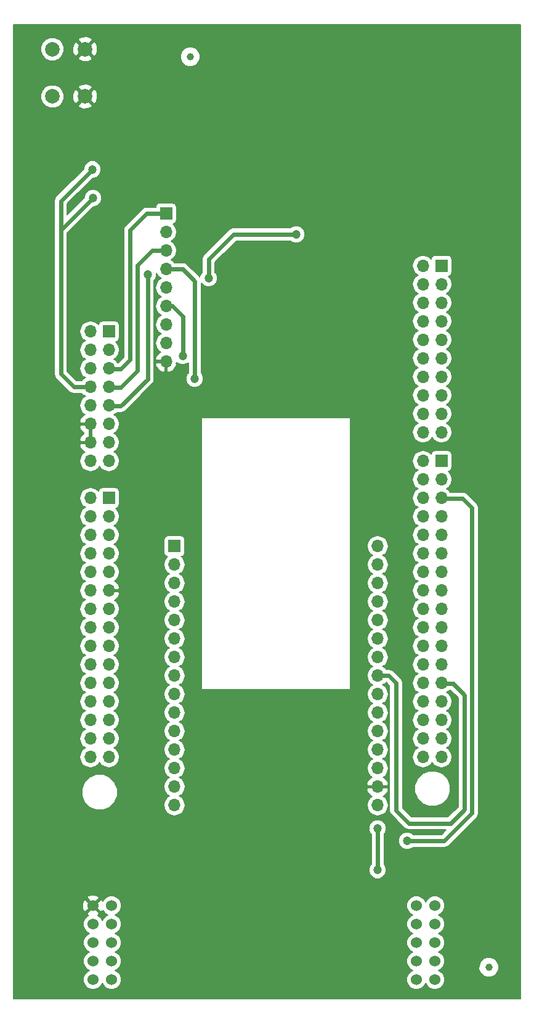
<source format=gbr>
G04 #@! TF.FileFunction,Copper,L2,Bot,Signal*
%FSLAX46Y46*%
G04 Gerber Fmt 4.6, Leading zero omitted, Abs format (unit mm)*
G04 Created by KiCad (PCBNEW 4.0.7) date Mon Nov 12 23:25:46 2018*
%MOMM*%
%LPD*%
G01*
G04 APERTURE LIST*
%ADD10C,0.100000*%
%ADD11R,1.700000X1.700000*%
%ADD12O,1.700000X1.700000*%
%ADD13C,2.000000*%
%ADD14C,1.000000*%
%ADD15C,1.524000*%
%ADD16C,1.200000*%
%ADD17C,0.600000*%
%ADD18C,0.250000*%
%ADD19C,0.200000*%
G04 APERTURE END LIST*
D10*
D11*
X125133000Y-49564000D03*
D12*
X125133000Y-52104000D03*
X125133000Y-54644000D03*
X125133000Y-57184000D03*
X125133000Y-59724000D03*
X125133000Y-62264000D03*
X125133000Y-64804000D03*
X125133000Y-67344000D03*
X125133000Y-69884000D03*
D13*
X114000000Y-33500000D03*
X109500000Y-33500000D03*
X114000000Y-27000000D03*
X109500000Y-27000000D03*
D14*
X169500000Y-153000000D03*
X128439000Y-28032000D03*
D15*
X115100000Y-144560000D03*
X117640000Y-144560000D03*
X115100000Y-147100000D03*
X117640000Y-147100000D03*
X115100000Y-149640000D03*
X117640000Y-149640000D03*
X115100000Y-152180000D03*
X117640000Y-152180000D03*
X115100000Y-154720000D03*
X117640000Y-154720000D03*
X159550000Y-144560000D03*
X159550000Y-147100000D03*
X159550000Y-149640000D03*
X159550000Y-152180000D03*
X159550000Y-154720000D03*
X162090000Y-149640000D03*
X162090000Y-147100000D03*
X162090000Y-144560000D03*
X162090000Y-152180000D03*
X162090000Y-154720000D03*
D11*
X117263000Y-65751000D03*
D12*
X114723000Y-65751000D03*
X117263000Y-68291000D03*
X114723000Y-68291000D03*
X117263000Y-70831000D03*
X114723000Y-70831000D03*
X117263000Y-73371000D03*
X114723000Y-73371000D03*
X117263000Y-75911000D03*
X114723000Y-75911000D03*
X117263000Y-78451000D03*
X114723000Y-78451000D03*
X117263000Y-80991000D03*
X114723000Y-80991000D03*
X117263000Y-83531000D03*
X114723000Y-83531000D03*
D11*
X117263000Y-88611000D03*
D12*
X114723000Y-88611000D03*
X117263000Y-91151000D03*
X114723000Y-91151000D03*
X117263000Y-93691000D03*
X114723000Y-93691000D03*
X117263000Y-96231000D03*
X114723000Y-96231000D03*
X117263000Y-98771000D03*
X114723000Y-98771000D03*
X117263000Y-101311000D03*
X114723000Y-101311000D03*
X117263000Y-103851000D03*
X114723000Y-103851000D03*
X117263000Y-106391000D03*
X114723000Y-106391000D03*
X117263000Y-108931000D03*
X114723000Y-108931000D03*
X117263000Y-111471000D03*
X114723000Y-111471000D03*
X117263000Y-114011000D03*
X114723000Y-114011000D03*
X117263000Y-116551000D03*
X114723000Y-116551000D03*
X117263000Y-119091000D03*
X114723000Y-119091000D03*
X117263000Y-121631000D03*
X114723000Y-121631000D03*
X117263000Y-124171000D03*
X114723000Y-124171000D03*
D11*
X162983000Y-56734000D03*
D12*
X160443000Y-56734000D03*
X162983000Y-59274000D03*
X160443000Y-59274000D03*
X162983000Y-61814000D03*
X160443000Y-61814000D03*
X162983000Y-64354000D03*
X160443000Y-64354000D03*
X162983000Y-66894000D03*
X160443000Y-66894000D03*
X162983000Y-69434000D03*
X160443000Y-69434000D03*
X162983000Y-71974000D03*
X160443000Y-71974000D03*
X162983000Y-74514000D03*
X160443000Y-74514000D03*
X162983000Y-77054000D03*
X160443000Y-77054000D03*
X162983000Y-79594000D03*
X160443000Y-79594000D03*
D11*
X162983000Y-83531000D03*
D12*
X160443000Y-83531000D03*
X162983000Y-86071000D03*
X160443000Y-86071000D03*
X162983000Y-88611000D03*
X160443000Y-88611000D03*
X162983000Y-91151000D03*
X160443000Y-91151000D03*
X162983000Y-93691000D03*
X160443000Y-93691000D03*
X162983000Y-96231000D03*
X160443000Y-96231000D03*
X162983000Y-98771000D03*
X160443000Y-98771000D03*
X162983000Y-101311000D03*
X160443000Y-101311000D03*
X162983000Y-103851000D03*
X160443000Y-103851000D03*
X162983000Y-106391000D03*
X160443000Y-106391000D03*
X162983000Y-108931000D03*
X160443000Y-108931000D03*
X162983000Y-111471000D03*
X160443000Y-111471000D03*
X162983000Y-114011000D03*
X160443000Y-114011000D03*
X162983000Y-116551000D03*
X160443000Y-116551000D03*
X162983000Y-119091000D03*
X160443000Y-119091000D03*
X162983000Y-121631000D03*
X160443000Y-121631000D03*
X162983000Y-124171000D03*
X160443000Y-124171000D03*
D11*
X126280000Y-95215000D03*
D12*
X126280000Y-97755000D03*
X126280000Y-100295000D03*
X126280000Y-102835000D03*
X126280000Y-105375000D03*
X126280000Y-107915000D03*
X126280000Y-110455000D03*
X126280000Y-112995000D03*
X126280000Y-115535000D03*
X126280000Y-118075000D03*
X126280000Y-120615000D03*
X126280000Y-123155000D03*
X126280000Y-125695000D03*
X126280000Y-128235000D03*
X126280000Y-130775000D03*
X154220000Y-130775000D03*
X154220000Y-128235000D03*
X154220000Y-125695000D03*
X154220000Y-123155000D03*
X154220000Y-120615000D03*
X154220000Y-118075000D03*
X154220000Y-115535000D03*
X154220000Y-112995000D03*
X154220000Y-110455000D03*
X154220000Y-107915000D03*
X154220000Y-105375000D03*
X154220000Y-102835000D03*
X154220000Y-100295000D03*
X154220000Y-97755000D03*
X154220000Y-95215000D03*
D16*
X146727000Y-128235000D03*
X119993500Y-36223500D03*
X130975000Y-58454000D03*
X143044000Y-52416000D03*
X127419000Y-69122000D03*
X129074000Y-72228000D03*
X154220000Y-133950000D03*
X154220000Y-139665000D03*
X122597000Y-57940500D03*
X158280000Y-135670000D03*
X115000000Y-43500000D03*
X115100000Y-47405000D03*
D17*
X130975000Y-58454000D02*
X130975000Y-55849000D01*
X130975000Y-55849000D02*
X134408000Y-52416000D01*
X134408000Y-52416000D02*
X143044000Y-52416000D01*
X127419000Y-69116500D02*
X127419000Y-69122000D01*
X125133000Y-62264000D02*
X126022000Y-62264000D01*
X127419000Y-63661000D02*
X126022000Y-62264000D01*
X127419000Y-69116500D02*
X127419000Y-63661000D01*
X127419000Y-57184000D02*
X125133000Y-57184000D01*
X129070000Y-58835000D02*
X127419000Y-57184000D01*
X129070000Y-72170000D02*
X129070000Y-58835000D01*
X129074000Y-72228000D02*
X129070000Y-72224000D01*
X129070000Y-72224000D02*
X129070000Y-72170000D01*
X117274240Y-70900000D02*
X118910000Y-70900000D01*
D18*
X117274240Y-70900000D02*
X118112440Y-70900000D01*
D17*
X118910000Y-70900000D02*
X120180000Y-69630000D01*
X122466000Y-49564000D02*
X125133000Y-49564000D01*
X120180000Y-51850000D02*
X122466000Y-49564000D01*
X120180000Y-69630000D02*
X120180000Y-51850000D01*
X121450000Y-56422000D02*
X121428502Y-56422000D01*
X121450000Y-56422000D02*
X123228000Y-54644000D01*
X125133000Y-54644000D02*
X123228000Y-54644000D01*
X121428502Y-56422000D02*
X121200000Y-56650502D01*
X121200000Y-56650502D02*
X121200000Y-71150000D01*
X121200000Y-71150000D02*
X118910000Y-73440000D01*
X118910000Y-73440000D02*
X117274240Y-73440000D01*
X154220000Y-139665000D02*
X154220000Y-133950000D01*
X122597000Y-57940500D02*
X122597000Y-72293000D01*
X118910000Y-75980000D02*
X117274240Y-75980000D01*
X122597000Y-72293000D02*
X118910000Y-75980000D01*
X122597000Y-57940500D02*
X122550002Y-57987498D01*
X158280000Y-135670000D02*
X163360000Y-135670000D01*
X163360000Y-135670000D02*
X167170000Y-131860000D01*
X167170000Y-131860000D02*
X167170000Y-91220000D01*
X167170000Y-91220000D02*
X167170000Y-89950000D01*
X167170000Y-89950000D02*
X165900000Y-88680000D01*
X162994240Y-88680000D02*
X165900000Y-88680000D01*
X155745000Y-112995000D02*
X154220000Y-112995000D01*
X156750000Y-114000000D02*
X155745000Y-112995000D01*
X156750000Y-131500000D02*
X156750000Y-114000000D01*
X158500000Y-133250000D02*
X156750000Y-131500000D01*
X164250000Y-133250000D02*
X158500000Y-133250000D01*
X166169998Y-131330002D02*
X164250000Y-133250000D01*
X166169998Y-115669998D02*
X166169998Y-131330002D01*
X164580000Y-114080000D02*
X166169998Y-115669998D01*
X162994240Y-114080000D02*
X164580000Y-114080000D01*
X110655000Y-51654000D02*
X110655000Y-71589000D01*
X110655000Y-71589000D02*
X112437000Y-73371000D01*
X112437000Y-73371000D02*
X114723000Y-73371000D01*
X115000000Y-43500000D02*
X110655000Y-47845000D01*
X110655000Y-51850000D02*
X110655000Y-51654000D01*
X110655000Y-51654000D02*
X110655000Y-47845000D01*
X115100000Y-47405000D02*
X110655000Y-51850000D01*
D19*
G36*
X173850000Y-157350000D02*
X104150000Y-157350000D01*
X104150000Y-147369730D01*
X113737764Y-147369730D01*
X113944679Y-147870503D01*
X114327482Y-148253974D01*
X114606972Y-148370029D01*
X114329497Y-148484679D01*
X113946026Y-148867482D01*
X113738237Y-149367893D01*
X113737764Y-149909730D01*
X113944679Y-150410503D01*
X114327482Y-150793974D01*
X114606972Y-150910029D01*
X114329497Y-151024679D01*
X113946026Y-151407482D01*
X113738237Y-151907893D01*
X113737764Y-152449730D01*
X113944679Y-152950503D01*
X114327482Y-153333974D01*
X114606972Y-153450029D01*
X114329497Y-153564679D01*
X113946026Y-153947482D01*
X113738237Y-154447893D01*
X113737764Y-154989730D01*
X113944679Y-155490503D01*
X114327482Y-155873974D01*
X114827893Y-156081763D01*
X115369730Y-156082236D01*
X115870503Y-155875321D01*
X116253974Y-155492518D01*
X116370029Y-155213028D01*
X116484679Y-155490503D01*
X116867482Y-155873974D01*
X117367893Y-156081763D01*
X117909730Y-156082236D01*
X118410503Y-155875321D01*
X118793974Y-155492518D01*
X119001763Y-154992107D01*
X119002236Y-154450270D01*
X118795321Y-153949497D01*
X118412518Y-153566026D01*
X118133028Y-153449971D01*
X118410503Y-153335321D01*
X118793974Y-152952518D01*
X119001763Y-152452107D01*
X119002236Y-151910270D01*
X118795321Y-151409497D01*
X118412518Y-151026026D01*
X118133028Y-150909971D01*
X118410503Y-150795321D01*
X118793974Y-150412518D01*
X119001763Y-149912107D01*
X119002236Y-149370270D01*
X118795321Y-148869497D01*
X118412518Y-148486026D01*
X118133028Y-148369971D01*
X118410503Y-148255321D01*
X118793974Y-147872518D01*
X119001763Y-147372107D01*
X119002236Y-146830270D01*
X118795321Y-146329497D01*
X118412518Y-145946026D01*
X118133028Y-145829971D01*
X118410503Y-145715321D01*
X118793974Y-145332518D01*
X119001763Y-144832107D01*
X119001765Y-144829730D01*
X158187764Y-144829730D01*
X158394679Y-145330503D01*
X158777482Y-145713974D01*
X159056972Y-145830029D01*
X158779497Y-145944679D01*
X158396026Y-146327482D01*
X158188237Y-146827893D01*
X158187764Y-147369730D01*
X158394679Y-147870503D01*
X158777482Y-148253974D01*
X159056972Y-148370029D01*
X158779497Y-148484679D01*
X158396026Y-148867482D01*
X158188237Y-149367893D01*
X158187764Y-149909730D01*
X158394679Y-150410503D01*
X158777482Y-150793974D01*
X159056972Y-150910029D01*
X158779497Y-151024679D01*
X158396026Y-151407482D01*
X158188237Y-151907893D01*
X158187764Y-152449730D01*
X158394679Y-152950503D01*
X158777482Y-153333974D01*
X159056972Y-153450029D01*
X158779497Y-153564679D01*
X158396026Y-153947482D01*
X158188237Y-154447893D01*
X158187764Y-154989730D01*
X158394679Y-155490503D01*
X158777482Y-155873974D01*
X159277893Y-156081763D01*
X159819730Y-156082236D01*
X160320503Y-155875321D01*
X160703974Y-155492518D01*
X160820029Y-155213028D01*
X160934679Y-155490503D01*
X161317482Y-155873974D01*
X161817893Y-156081763D01*
X162359730Y-156082236D01*
X162860503Y-155875321D01*
X163243974Y-155492518D01*
X163451763Y-154992107D01*
X163452236Y-154450270D01*
X163245321Y-153949497D01*
X162862518Y-153566026D01*
X162583028Y-153449971D01*
X162860503Y-153335321D01*
X162924621Y-153271314D01*
X168129763Y-153271314D01*
X168337893Y-153775029D01*
X168722944Y-154160752D01*
X169226295Y-154369762D01*
X169771314Y-154370237D01*
X170275029Y-154162107D01*
X170660752Y-153777056D01*
X170869762Y-153273705D01*
X170870237Y-152728686D01*
X170662107Y-152224971D01*
X170277056Y-151839248D01*
X169773705Y-151630238D01*
X169228686Y-151629763D01*
X168724971Y-151837893D01*
X168339248Y-152222944D01*
X168130238Y-152726295D01*
X168129763Y-153271314D01*
X162924621Y-153271314D01*
X163243974Y-152952518D01*
X163451763Y-152452107D01*
X163452236Y-151910270D01*
X163245321Y-151409497D01*
X162862518Y-151026026D01*
X162583028Y-150909971D01*
X162860503Y-150795321D01*
X163243974Y-150412518D01*
X163451763Y-149912107D01*
X163452236Y-149370270D01*
X163245321Y-148869497D01*
X162862518Y-148486026D01*
X162583028Y-148369971D01*
X162860503Y-148255321D01*
X163243974Y-147872518D01*
X163451763Y-147372107D01*
X163452236Y-146830270D01*
X163245321Y-146329497D01*
X162862518Y-145946026D01*
X162583028Y-145829971D01*
X162860503Y-145715321D01*
X163243974Y-145332518D01*
X163451763Y-144832107D01*
X163452236Y-144290270D01*
X163245321Y-143789497D01*
X162862518Y-143406026D01*
X162362107Y-143198237D01*
X161820270Y-143197764D01*
X161319497Y-143404679D01*
X160936026Y-143787482D01*
X160819971Y-144066972D01*
X160705321Y-143789497D01*
X160322518Y-143406026D01*
X159822107Y-143198237D01*
X159280270Y-143197764D01*
X158779497Y-143404679D01*
X158396026Y-143787482D01*
X158188237Y-144287893D01*
X158187764Y-144829730D01*
X119001765Y-144829730D01*
X119002236Y-144290270D01*
X118795321Y-143789497D01*
X118412518Y-143406026D01*
X117912107Y-143198237D01*
X117370270Y-143197764D01*
X116869497Y-143404679D01*
X116486026Y-143787482D01*
X116432652Y-143916020D01*
X116390021Y-143813099D01*
X116132799Y-143744990D01*
X115317789Y-144560000D01*
X116132799Y-145375010D01*
X116390021Y-145306901D01*
X116428399Y-145194295D01*
X116484679Y-145330503D01*
X116867482Y-145713974D01*
X117146972Y-145830029D01*
X116869497Y-145944679D01*
X116486026Y-146327482D01*
X116369971Y-146606972D01*
X116255321Y-146329497D01*
X115872518Y-145946026D01*
X115743980Y-145892652D01*
X115846901Y-145850021D01*
X115915010Y-145592799D01*
X115100000Y-144777789D01*
X114284990Y-145592799D01*
X114353099Y-145850021D01*
X114465705Y-145888399D01*
X114329497Y-145944679D01*
X113946026Y-146327482D01*
X113738237Y-146827893D01*
X113737764Y-147369730D01*
X104150000Y-147369730D01*
X104150000Y-144363623D01*
X113622350Y-144363623D01*
X113659679Y-144944044D01*
X113809979Y-145306901D01*
X114067201Y-145375010D01*
X114882211Y-144560000D01*
X114067201Y-143744990D01*
X113809979Y-143813099D01*
X113622350Y-144363623D01*
X104150000Y-144363623D01*
X104150000Y-143527201D01*
X114284990Y-143527201D01*
X115100000Y-144342211D01*
X115915010Y-143527201D01*
X115846901Y-143269979D01*
X115296377Y-143082350D01*
X114715956Y-143119679D01*
X114353099Y-143269979D01*
X114284990Y-143527201D01*
X104150000Y-143527201D01*
X104150000Y-134187647D01*
X153019793Y-134187647D01*
X153202097Y-134628857D01*
X153320000Y-134746966D01*
X153320000Y-138867854D01*
X153203283Y-138984367D01*
X153020209Y-139425258D01*
X153019793Y-139902647D01*
X153202097Y-140343857D01*
X153539367Y-140681717D01*
X153980258Y-140864791D01*
X154457647Y-140865207D01*
X154898857Y-140682903D01*
X155236717Y-140345633D01*
X155419791Y-139904742D01*
X155420207Y-139427353D01*
X155237903Y-138986143D01*
X155120000Y-138868034D01*
X155120000Y-134747146D01*
X155236717Y-134630633D01*
X155419791Y-134189742D01*
X155420207Y-133712353D01*
X155237903Y-133271143D01*
X154900633Y-132933283D01*
X154459742Y-132750209D01*
X153982353Y-132749793D01*
X153541143Y-132932097D01*
X153203283Y-133269367D01*
X153020209Y-133710258D01*
X153019793Y-134187647D01*
X104150000Y-134187647D01*
X104150000Y-129485197D01*
X113549576Y-129485197D01*
X113921780Y-130386000D01*
X114610375Y-131075798D01*
X115510527Y-131449573D01*
X116485197Y-131450424D01*
X117386000Y-131078220D01*
X118075798Y-130389625D01*
X118449573Y-129489473D01*
X118450424Y-128514803D01*
X118078220Y-127614000D01*
X117389625Y-126924202D01*
X116489473Y-126550427D01*
X115514803Y-126549576D01*
X114614000Y-126921780D01*
X113924202Y-127610375D01*
X113550427Y-128510527D01*
X113549576Y-129485197D01*
X104150000Y-129485197D01*
X104150000Y-88611000D01*
X113244593Y-88611000D01*
X113354968Y-89165891D01*
X113669288Y-89636305D01*
X114035501Y-89881000D01*
X113669288Y-90125695D01*
X113354968Y-90596109D01*
X113244593Y-91151000D01*
X113354968Y-91705891D01*
X113669288Y-92176305D01*
X114035501Y-92421000D01*
X113669288Y-92665695D01*
X113354968Y-93136109D01*
X113244593Y-93691000D01*
X113354968Y-94245891D01*
X113669288Y-94716305D01*
X114035501Y-94961000D01*
X113669288Y-95205695D01*
X113354968Y-95676109D01*
X113244593Y-96231000D01*
X113354968Y-96785891D01*
X113669288Y-97256305D01*
X114035501Y-97501000D01*
X113669288Y-97745695D01*
X113354968Y-98216109D01*
X113244593Y-98771000D01*
X113354968Y-99325891D01*
X113669288Y-99796305D01*
X114035501Y-100041000D01*
X113669288Y-100285695D01*
X113354968Y-100756109D01*
X113244593Y-101311000D01*
X113354968Y-101865891D01*
X113669288Y-102336305D01*
X114035501Y-102581000D01*
X113669288Y-102825695D01*
X113354968Y-103296109D01*
X113244593Y-103851000D01*
X113354968Y-104405891D01*
X113669288Y-104876305D01*
X114035501Y-105121000D01*
X113669288Y-105365695D01*
X113354968Y-105836109D01*
X113244593Y-106391000D01*
X113354968Y-106945891D01*
X113669288Y-107416305D01*
X114035501Y-107661000D01*
X113669288Y-107905695D01*
X113354968Y-108376109D01*
X113244593Y-108931000D01*
X113354968Y-109485891D01*
X113669288Y-109956305D01*
X114035501Y-110201000D01*
X113669288Y-110445695D01*
X113354968Y-110916109D01*
X113244593Y-111471000D01*
X113354968Y-112025891D01*
X113669288Y-112496305D01*
X114035501Y-112741000D01*
X113669288Y-112985695D01*
X113354968Y-113456109D01*
X113244593Y-114011000D01*
X113354968Y-114565891D01*
X113669288Y-115036305D01*
X114035501Y-115281000D01*
X113669288Y-115525695D01*
X113354968Y-115996109D01*
X113244593Y-116551000D01*
X113354968Y-117105891D01*
X113669288Y-117576305D01*
X114035501Y-117821000D01*
X113669288Y-118065695D01*
X113354968Y-118536109D01*
X113244593Y-119091000D01*
X113354968Y-119645891D01*
X113669288Y-120116305D01*
X114035501Y-120361000D01*
X113669288Y-120605695D01*
X113354968Y-121076109D01*
X113244593Y-121631000D01*
X113354968Y-122185891D01*
X113669288Y-122656305D01*
X114035501Y-122901000D01*
X113669288Y-123145695D01*
X113354968Y-123616109D01*
X113244593Y-124171000D01*
X113354968Y-124725891D01*
X113669288Y-125196305D01*
X114139702Y-125510625D01*
X114694593Y-125621000D01*
X114751407Y-125621000D01*
X115306298Y-125510625D01*
X115776712Y-125196305D01*
X115993000Y-124872607D01*
X116209288Y-125196305D01*
X116679702Y-125510625D01*
X117234593Y-125621000D01*
X117291407Y-125621000D01*
X117846298Y-125510625D01*
X118316712Y-125196305D01*
X118631032Y-124725891D01*
X118741407Y-124171000D01*
X118631032Y-123616109D01*
X118316712Y-123145695D01*
X117950499Y-122901000D01*
X118316712Y-122656305D01*
X118631032Y-122185891D01*
X118741407Y-121631000D01*
X118631032Y-121076109D01*
X118316712Y-120605695D01*
X117950499Y-120361000D01*
X118316712Y-120116305D01*
X118631032Y-119645891D01*
X118741407Y-119091000D01*
X118631032Y-118536109D01*
X118316712Y-118065695D01*
X117950499Y-117821000D01*
X118316712Y-117576305D01*
X118631032Y-117105891D01*
X118741407Y-116551000D01*
X118631032Y-115996109D01*
X118316712Y-115525695D01*
X117950499Y-115281000D01*
X118316712Y-115036305D01*
X118631032Y-114565891D01*
X118741407Y-114011000D01*
X118631032Y-113456109D01*
X118316712Y-112985695D01*
X117950499Y-112741000D01*
X118316712Y-112496305D01*
X118631032Y-112025891D01*
X118741407Y-111471000D01*
X118631032Y-110916109D01*
X118316712Y-110445695D01*
X117950499Y-110201000D01*
X118316712Y-109956305D01*
X118631032Y-109485891D01*
X118741407Y-108931000D01*
X118631032Y-108376109D01*
X118316712Y-107905695D01*
X117950499Y-107661000D01*
X118316712Y-107416305D01*
X118631032Y-106945891D01*
X118741407Y-106391000D01*
X118631032Y-105836109D01*
X118316712Y-105365695D01*
X117950499Y-105121000D01*
X118316712Y-104876305D01*
X118631032Y-104405891D01*
X118741407Y-103851000D01*
X118631032Y-103296109D01*
X118316712Y-102825695D01*
X118025066Y-102630824D01*
X118200178Y-102545598D01*
X118601300Y-102092977D01*
X118762251Y-101704378D01*
X118629349Y-101465000D01*
X117417000Y-101465000D01*
X117417000Y-101485000D01*
X117109000Y-101485000D01*
X117109000Y-101465000D01*
X117089000Y-101465000D01*
X117089000Y-101157000D01*
X117109000Y-101157000D01*
X117109000Y-101137000D01*
X117417000Y-101137000D01*
X117417000Y-101157000D01*
X118629349Y-101157000D01*
X118762251Y-100917622D01*
X118601300Y-100529023D01*
X118200178Y-100076402D01*
X118025066Y-99991176D01*
X118316712Y-99796305D01*
X118631032Y-99325891D01*
X118741407Y-98771000D01*
X118631032Y-98216109D01*
X118322930Y-97755000D01*
X124801593Y-97755000D01*
X124911968Y-98309891D01*
X125226288Y-98780305D01*
X125592501Y-99025000D01*
X125226288Y-99269695D01*
X124911968Y-99740109D01*
X124801593Y-100295000D01*
X124911968Y-100849891D01*
X125226288Y-101320305D01*
X125592501Y-101565000D01*
X125226288Y-101809695D01*
X124911968Y-102280109D01*
X124801593Y-102835000D01*
X124911968Y-103389891D01*
X125226288Y-103860305D01*
X125592501Y-104105000D01*
X125226288Y-104349695D01*
X124911968Y-104820109D01*
X124801593Y-105375000D01*
X124911968Y-105929891D01*
X125226288Y-106400305D01*
X125592501Y-106645000D01*
X125226288Y-106889695D01*
X124911968Y-107360109D01*
X124801593Y-107915000D01*
X124911968Y-108469891D01*
X125226288Y-108940305D01*
X125592501Y-109185000D01*
X125226288Y-109429695D01*
X124911968Y-109900109D01*
X124801593Y-110455000D01*
X124911968Y-111009891D01*
X125226288Y-111480305D01*
X125592501Y-111725000D01*
X125226288Y-111969695D01*
X124911968Y-112440109D01*
X124801593Y-112995000D01*
X124911968Y-113549891D01*
X125226288Y-114020305D01*
X125592501Y-114265000D01*
X125226288Y-114509695D01*
X124911968Y-114980109D01*
X124801593Y-115535000D01*
X124911968Y-116089891D01*
X125226288Y-116560305D01*
X125592501Y-116805000D01*
X125226288Y-117049695D01*
X124911968Y-117520109D01*
X124801593Y-118075000D01*
X124911968Y-118629891D01*
X125226288Y-119100305D01*
X125592501Y-119345000D01*
X125226288Y-119589695D01*
X124911968Y-120060109D01*
X124801593Y-120615000D01*
X124911968Y-121169891D01*
X125226288Y-121640305D01*
X125592501Y-121885000D01*
X125226288Y-122129695D01*
X124911968Y-122600109D01*
X124801593Y-123155000D01*
X124911968Y-123709891D01*
X125226288Y-124180305D01*
X125592501Y-124425000D01*
X125226288Y-124669695D01*
X124911968Y-125140109D01*
X124801593Y-125695000D01*
X124911968Y-126249891D01*
X125226288Y-126720305D01*
X125592501Y-126965000D01*
X125226288Y-127209695D01*
X124911968Y-127680109D01*
X124801593Y-128235000D01*
X124911968Y-128789891D01*
X125226288Y-129260305D01*
X125592501Y-129505000D01*
X125226288Y-129749695D01*
X124911968Y-130220109D01*
X124801593Y-130775000D01*
X124911968Y-131329891D01*
X125226288Y-131800305D01*
X125696702Y-132114625D01*
X126251593Y-132225000D01*
X126308407Y-132225000D01*
X126863298Y-132114625D01*
X127333712Y-131800305D01*
X127648032Y-131329891D01*
X127758407Y-130775000D01*
X127648032Y-130220109D01*
X127333712Y-129749695D01*
X126967499Y-129505000D01*
X127333712Y-129260305D01*
X127648032Y-128789891D01*
X127680159Y-128628378D01*
X152720749Y-128628378D01*
X152881700Y-129016977D01*
X153282822Y-129469598D01*
X153457934Y-129554824D01*
X153166288Y-129749695D01*
X152851968Y-130220109D01*
X152741593Y-130775000D01*
X152851968Y-131329891D01*
X153166288Y-131800305D01*
X153636702Y-132114625D01*
X154191593Y-132225000D01*
X154248407Y-132225000D01*
X154803298Y-132114625D01*
X155273712Y-131800305D01*
X155588032Y-131329891D01*
X155698407Y-130775000D01*
X155588032Y-130220109D01*
X155273712Y-129749695D01*
X154982066Y-129554824D01*
X155157178Y-129469598D01*
X155558300Y-129016977D01*
X155719251Y-128628378D01*
X155586349Y-128389000D01*
X154374000Y-128389000D01*
X154374000Y-128409000D01*
X154066000Y-128409000D01*
X154066000Y-128389000D01*
X152853651Y-128389000D01*
X152720749Y-128628378D01*
X127680159Y-128628378D01*
X127758407Y-128235000D01*
X127680160Y-127841622D01*
X152720749Y-127841622D01*
X152853651Y-128081000D01*
X154066000Y-128081000D01*
X154066000Y-128061000D01*
X154374000Y-128061000D01*
X154374000Y-128081000D01*
X155586349Y-128081000D01*
X155719251Y-127841622D01*
X155558300Y-127453023D01*
X155157178Y-127000402D01*
X154982066Y-126915176D01*
X155273712Y-126720305D01*
X155588032Y-126249891D01*
X155698407Y-125695000D01*
X155588032Y-125140109D01*
X155273712Y-124669695D01*
X154907499Y-124425000D01*
X155273712Y-124180305D01*
X155588032Y-123709891D01*
X155698407Y-123155000D01*
X155588032Y-122600109D01*
X155273712Y-122129695D01*
X154907499Y-121885000D01*
X155273712Y-121640305D01*
X155588032Y-121169891D01*
X155698407Y-120615000D01*
X155588032Y-120060109D01*
X155273712Y-119589695D01*
X154907499Y-119345000D01*
X155273712Y-119100305D01*
X155588032Y-118629891D01*
X155698407Y-118075000D01*
X155588032Y-117520109D01*
X155273712Y-117049695D01*
X154907499Y-116805000D01*
X155273712Y-116560305D01*
X155588032Y-116089891D01*
X155698407Y-115535000D01*
X155588032Y-114980109D01*
X155273712Y-114509695D01*
X154907499Y-114265000D01*
X155273712Y-114020305D01*
X155357438Y-113895000D01*
X155372208Y-113895000D01*
X155850000Y-114372792D01*
X155850000Y-131500000D01*
X155918508Y-131844415D01*
X156113604Y-132136396D01*
X157863604Y-133886396D01*
X158155585Y-134081492D01*
X158500000Y-134150000D01*
X163607208Y-134150000D01*
X162987208Y-134770000D01*
X159077146Y-134770000D01*
X158960633Y-134653283D01*
X158519742Y-134470209D01*
X158042353Y-134469793D01*
X157601143Y-134652097D01*
X157263283Y-134989367D01*
X157080209Y-135430258D01*
X157079793Y-135907647D01*
X157262097Y-136348857D01*
X157599367Y-136686717D01*
X158040258Y-136869791D01*
X158517647Y-136870207D01*
X158958857Y-136687903D01*
X159076966Y-136570000D01*
X163360000Y-136570000D01*
X163704415Y-136501492D01*
X163996396Y-136306396D01*
X167806396Y-132496396D01*
X168001492Y-132204415D01*
X168070000Y-131860000D01*
X168070000Y-89950000D01*
X168001492Y-89605585D01*
X168001492Y-89605584D01*
X167806396Y-89313604D01*
X166536396Y-88043604D01*
X166244415Y-87848508D01*
X165900000Y-87780000D01*
X164166542Y-87780000D01*
X164036712Y-87585695D01*
X163670499Y-87341000D01*
X164036712Y-87096305D01*
X164351032Y-86625891D01*
X164461407Y-86071000D01*
X164351032Y-85516109D01*
X164036712Y-85045695D01*
X163930128Y-84974478D01*
X164055346Y-84950917D01*
X164259558Y-84819510D01*
X164396556Y-84619007D01*
X164444754Y-84381000D01*
X164444754Y-82681000D01*
X164402917Y-82458654D01*
X164271510Y-82254442D01*
X164071007Y-82117444D01*
X163833000Y-82069246D01*
X162133000Y-82069246D01*
X161910654Y-82111083D01*
X161706442Y-82242490D01*
X161569444Y-82442993D01*
X161542783Y-82574646D01*
X161496712Y-82505695D01*
X161026298Y-82191375D01*
X160471407Y-82081000D01*
X160414593Y-82081000D01*
X159859702Y-82191375D01*
X159389288Y-82505695D01*
X159074968Y-82976109D01*
X158964593Y-83531000D01*
X159074968Y-84085891D01*
X159389288Y-84556305D01*
X159755501Y-84801000D01*
X159389288Y-85045695D01*
X159074968Y-85516109D01*
X158964593Y-86071000D01*
X159074968Y-86625891D01*
X159389288Y-87096305D01*
X159755501Y-87341000D01*
X159389288Y-87585695D01*
X159074968Y-88056109D01*
X158964593Y-88611000D01*
X159074968Y-89165891D01*
X159389288Y-89636305D01*
X159755501Y-89881000D01*
X159389288Y-90125695D01*
X159074968Y-90596109D01*
X158964593Y-91151000D01*
X159074968Y-91705891D01*
X159389288Y-92176305D01*
X159755501Y-92421000D01*
X159389288Y-92665695D01*
X159074968Y-93136109D01*
X158964593Y-93691000D01*
X159074968Y-94245891D01*
X159389288Y-94716305D01*
X159755501Y-94961000D01*
X159389288Y-95205695D01*
X159074968Y-95676109D01*
X158964593Y-96231000D01*
X159074968Y-96785891D01*
X159389288Y-97256305D01*
X159755501Y-97501000D01*
X159389288Y-97745695D01*
X159074968Y-98216109D01*
X158964593Y-98771000D01*
X159074968Y-99325891D01*
X159389288Y-99796305D01*
X159755501Y-100041000D01*
X159389288Y-100285695D01*
X159074968Y-100756109D01*
X158964593Y-101311000D01*
X159074968Y-101865891D01*
X159389288Y-102336305D01*
X159755501Y-102581000D01*
X159389288Y-102825695D01*
X159074968Y-103296109D01*
X158964593Y-103851000D01*
X159074968Y-104405891D01*
X159389288Y-104876305D01*
X159755501Y-105121000D01*
X159389288Y-105365695D01*
X159074968Y-105836109D01*
X158964593Y-106391000D01*
X159074968Y-106945891D01*
X159389288Y-107416305D01*
X159755501Y-107661000D01*
X159389288Y-107905695D01*
X159074968Y-108376109D01*
X158964593Y-108931000D01*
X159074968Y-109485891D01*
X159389288Y-109956305D01*
X159755501Y-110201000D01*
X159389288Y-110445695D01*
X159074968Y-110916109D01*
X158964593Y-111471000D01*
X159074968Y-112025891D01*
X159389288Y-112496305D01*
X159755501Y-112741000D01*
X159389288Y-112985695D01*
X159074968Y-113456109D01*
X158964593Y-114011000D01*
X159074968Y-114565891D01*
X159389288Y-115036305D01*
X159755501Y-115281000D01*
X159389288Y-115525695D01*
X159074968Y-115996109D01*
X158964593Y-116551000D01*
X159074968Y-117105891D01*
X159389288Y-117576305D01*
X159755501Y-117821000D01*
X159389288Y-118065695D01*
X159074968Y-118536109D01*
X158964593Y-119091000D01*
X159074968Y-119645891D01*
X159389288Y-120116305D01*
X159755501Y-120361000D01*
X159389288Y-120605695D01*
X159074968Y-121076109D01*
X158964593Y-121631000D01*
X159074968Y-122185891D01*
X159389288Y-122656305D01*
X159755501Y-122901000D01*
X159389288Y-123145695D01*
X159074968Y-123616109D01*
X158964593Y-124171000D01*
X159074968Y-124725891D01*
X159389288Y-125196305D01*
X159859702Y-125510625D01*
X160414593Y-125621000D01*
X160471407Y-125621000D01*
X161026298Y-125510625D01*
X161496712Y-125196305D01*
X161713000Y-124872607D01*
X161929288Y-125196305D01*
X162399702Y-125510625D01*
X162954593Y-125621000D01*
X163011407Y-125621000D01*
X163566298Y-125510625D01*
X164036712Y-125196305D01*
X164351032Y-124725891D01*
X164461407Y-124171000D01*
X164351032Y-123616109D01*
X164036712Y-123145695D01*
X163670499Y-122901000D01*
X164036712Y-122656305D01*
X164351032Y-122185891D01*
X164461407Y-121631000D01*
X164351032Y-121076109D01*
X164036712Y-120605695D01*
X163670499Y-120361000D01*
X164036712Y-120116305D01*
X164351032Y-119645891D01*
X164461407Y-119091000D01*
X164351032Y-118536109D01*
X164036712Y-118065695D01*
X163670499Y-117821000D01*
X164036712Y-117576305D01*
X164351032Y-117105891D01*
X164461407Y-116551000D01*
X164351032Y-115996109D01*
X164036712Y-115525695D01*
X163670499Y-115281000D01*
X164036712Y-115036305D01*
X164074334Y-114980000D01*
X164207208Y-114980000D01*
X165269998Y-116042790D01*
X165269998Y-130957210D01*
X163877208Y-132350000D01*
X158872792Y-132350000D01*
X157650000Y-131127208D01*
X157650000Y-128985197D01*
X159299576Y-128985197D01*
X159671780Y-129886000D01*
X160360375Y-130575798D01*
X161260527Y-130949573D01*
X162235197Y-130950424D01*
X163136000Y-130578220D01*
X163825798Y-129889625D01*
X164199573Y-128989473D01*
X164200424Y-128014803D01*
X163828220Y-127114000D01*
X163139625Y-126424202D01*
X162239473Y-126050427D01*
X161264803Y-126049576D01*
X160364000Y-126421780D01*
X159674202Y-127110375D01*
X159300427Y-128010527D01*
X159299576Y-128985197D01*
X157650000Y-128985197D01*
X157650000Y-114000000D01*
X157581492Y-113655585D01*
X157386396Y-113363604D01*
X156381396Y-112358604D01*
X156089415Y-112163508D01*
X155745000Y-112095000D01*
X155357438Y-112095000D01*
X155273712Y-111969695D01*
X154907499Y-111725000D01*
X155273712Y-111480305D01*
X155588032Y-111009891D01*
X155698407Y-110455000D01*
X155588032Y-109900109D01*
X155273712Y-109429695D01*
X154907499Y-109185000D01*
X155273712Y-108940305D01*
X155588032Y-108469891D01*
X155698407Y-107915000D01*
X155588032Y-107360109D01*
X155273712Y-106889695D01*
X154907499Y-106645000D01*
X155273712Y-106400305D01*
X155588032Y-105929891D01*
X155698407Y-105375000D01*
X155588032Y-104820109D01*
X155273712Y-104349695D01*
X154907499Y-104105000D01*
X155273712Y-103860305D01*
X155588032Y-103389891D01*
X155698407Y-102835000D01*
X155588032Y-102280109D01*
X155273712Y-101809695D01*
X154907499Y-101565000D01*
X155273712Y-101320305D01*
X155588032Y-100849891D01*
X155698407Y-100295000D01*
X155588032Y-99740109D01*
X155273712Y-99269695D01*
X154907499Y-99025000D01*
X155273712Y-98780305D01*
X155588032Y-98309891D01*
X155698407Y-97755000D01*
X155588032Y-97200109D01*
X155273712Y-96729695D01*
X154907499Y-96485000D01*
X155273712Y-96240305D01*
X155588032Y-95769891D01*
X155698407Y-95215000D01*
X155588032Y-94660109D01*
X155273712Y-94189695D01*
X154803298Y-93875375D01*
X154248407Y-93765000D01*
X154191593Y-93765000D01*
X153636702Y-93875375D01*
X153166288Y-94189695D01*
X152851968Y-94660109D01*
X152741593Y-95215000D01*
X152851968Y-95769891D01*
X153166288Y-96240305D01*
X153532501Y-96485000D01*
X153166288Y-96729695D01*
X152851968Y-97200109D01*
X152741593Y-97755000D01*
X152851968Y-98309891D01*
X153166288Y-98780305D01*
X153532501Y-99025000D01*
X153166288Y-99269695D01*
X152851968Y-99740109D01*
X152741593Y-100295000D01*
X152851968Y-100849891D01*
X153166288Y-101320305D01*
X153532501Y-101565000D01*
X153166288Y-101809695D01*
X152851968Y-102280109D01*
X152741593Y-102835000D01*
X152851968Y-103389891D01*
X153166288Y-103860305D01*
X153532501Y-104105000D01*
X153166288Y-104349695D01*
X152851968Y-104820109D01*
X152741593Y-105375000D01*
X152851968Y-105929891D01*
X153166288Y-106400305D01*
X153532501Y-106645000D01*
X153166288Y-106889695D01*
X152851968Y-107360109D01*
X152741593Y-107915000D01*
X152851968Y-108469891D01*
X153166288Y-108940305D01*
X153532501Y-109185000D01*
X153166288Y-109429695D01*
X152851968Y-109900109D01*
X152741593Y-110455000D01*
X152851968Y-111009891D01*
X153166288Y-111480305D01*
X153532501Y-111725000D01*
X153166288Y-111969695D01*
X152851968Y-112440109D01*
X152741593Y-112995000D01*
X152851968Y-113549891D01*
X153166288Y-114020305D01*
X153532501Y-114265000D01*
X153166288Y-114509695D01*
X152851968Y-114980109D01*
X152741593Y-115535000D01*
X152851968Y-116089891D01*
X153166288Y-116560305D01*
X153532501Y-116805000D01*
X153166288Y-117049695D01*
X152851968Y-117520109D01*
X152741593Y-118075000D01*
X152851968Y-118629891D01*
X153166288Y-119100305D01*
X153532501Y-119345000D01*
X153166288Y-119589695D01*
X152851968Y-120060109D01*
X152741593Y-120615000D01*
X152851968Y-121169891D01*
X153166288Y-121640305D01*
X153532501Y-121885000D01*
X153166288Y-122129695D01*
X152851968Y-122600109D01*
X152741593Y-123155000D01*
X152851968Y-123709891D01*
X153166288Y-124180305D01*
X153532501Y-124425000D01*
X153166288Y-124669695D01*
X152851968Y-125140109D01*
X152741593Y-125695000D01*
X152851968Y-126249891D01*
X153166288Y-126720305D01*
X153457934Y-126915176D01*
X153282822Y-127000402D01*
X152881700Y-127453023D01*
X152720749Y-127841622D01*
X127680160Y-127841622D01*
X127648032Y-127680109D01*
X127333712Y-127209695D01*
X126967499Y-126965000D01*
X127333712Y-126720305D01*
X127648032Y-126249891D01*
X127758407Y-125695000D01*
X127648032Y-125140109D01*
X127333712Y-124669695D01*
X126967499Y-124425000D01*
X127333712Y-124180305D01*
X127648032Y-123709891D01*
X127758407Y-123155000D01*
X127648032Y-122600109D01*
X127333712Y-122129695D01*
X126967499Y-121885000D01*
X127333712Y-121640305D01*
X127648032Y-121169891D01*
X127758407Y-120615000D01*
X127648032Y-120060109D01*
X127333712Y-119589695D01*
X126967499Y-119345000D01*
X127333712Y-119100305D01*
X127648032Y-118629891D01*
X127758407Y-118075000D01*
X127648032Y-117520109D01*
X127333712Y-117049695D01*
X126967499Y-116805000D01*
X127333712Y-116560305D01*
X127648032Y-116089891D01*
X127758407Y-115535000D01*
X127648032Y-114980109D01*
X127333712Y-114509695D01*
X126967499Y-114265000D01*
X127333712Y-114020305D01*
X127648032Y-113549891D01*
X127758407Y-112995000D01*
X127648032Y-112440109D01*
X127333712Y-111969695D01*
X126967499Y-111725000D01*
X127333712Y-111480305D01*
X127648032Y-111009891D01*
X127758407Y-110455000D01*
X127648032Y-109900109D01*
X127333712Y-109429695D01*
X126967499Y-109185000D01*
X127333712Y-108940305D01*
X127648032Y-108469891D01*
X127758407Y-107915000D01*
X127648032Y-107360109D01*
X127333712Y-106889695D01*
X126967499Y-106645000D01*
X127333712Y-106400305D01*
X127648032Y-105929891D01*
X127758407Y-105375000D01*
X127648032Y-104820109D01*
X127333712Y-104349695D01*
X126967499Y-104105000D01*
X127333712Y-103860305D01*
X127648032Y-103389891D01*
X127758407Y-102835000D01*
X127648032Y-102280109D01*
X127333712Y-101809695D01*
X126967499Y-101565000D01*
X127333712Y-101320305D01*
X127648032Y-100849891D01*
X127758407Y-100295000D01*
X127648032Y-99740109D01*
X127333712Y-99269695D01*
X126967499Y-99025000D01*
X127333712Y-98780305D01*
X127648032Y-98309891D01*
X127758407Y-97755000D01*
X127648032Y-97200109D01*
X127333712Y-96729695D01*
X127227128Y-96658478D01*
X127352346Y-96634917D01*
X127556558Y-96503510D01*
X127693556Y-96303007D01*
X127741754Y-96065000D01*
X127741754Y-94365000D01*
X127699917Y-94142654D01*
X127568510Y-93938442D01*
X127368007Y-93801444D01*
X127130000Y-93753246D01*
X125430000Y-93753246D01*
X125207654Y-93795083D01*
X125003442Y-93926490D01*
X124866444Y-94126993D01*
X124818246Y-94365000D01*
X124818246Y-96065000D01*
X124860083Y-96287346D01*
X124991490Y-96491558D01*
X125191993Y-96628556D01*
X125334472Y-96657409D01*
X125226288Y-96729695D01*
X124911968Y-97200109D01*
X124801593Y-97755000D01*
X118322930Y-97755000D01*
X118316712Y-97745695D01*
X117950499Y-97501000D01*
X118316712Y-97256305D01*
X118631032Y-96785891D01*
X118741407Y-96231000D01*
X118631032Y-95676109D01*
X118316712Y-95205695D01*
X117950499Y-94961000D01*
X118316712Y-94716305D01*
X118631032Y-94245891D01*
X118741407Y-93691000D01*
X118631032Y-93136109D01*
X118316712Y-92665695D01*
X117950499Y-92421000D01*
X118316712Y-92176305D01*
X118631032Y-91705891D01*
X118741407Y-91151000D01*
X118631032Y-90596109D01*
X118316712Y-90125695D01*
X118210128Y-90054478D01*
X118335346Y-90030917D01*
X118539558Y-89899510D01*
X118676556Y-89699007D01*
X118724754Y-89461000D01*
X118724754Y-87761000D01*
X118682917Y-87538654D01*
X118551510Y-87334442D01*
X118351007Y-87197444D01*
X118113000Y-87149246D01*
X116413000Y-87149246D01*
X116190654Y-87191083D01*
X115986442Y-87322490D01*
X115849444Y-87522993D01*
X115822783Y-87654646D01*
X115776712Y-87585695D01*
X115306298Y-87271375D01*
X114751407Y-87161000D01*
X114694593Y-87161000D01*
X114139702Y-87271375D01*
X113669288Y-87585695D01*
X113354968Y-88056109D01*
X113244593Y-88611000D01*
X104150000Y-88611000D01*
X104150000Y-78844378D01*
X113223749Y-78844378D01*
X113384700Y-79232977D01*
X113785822Y-79685598D01*
X113858562Y-79721000D01*
X113785822Y-79756402D01*
X113384700Y-80209023D01*
X113223749Y-80597622D01*
X113356651Y-80837000D01*
X114569000Y-80837000D01*
X114569000Y-78605000D01*
X113356651Y-78605000D01*
X113223749Y-78844378D01*
X104150000Y-78844378D01*
X104150000Y-47845000D01*
X109755000Y-47845000D01*
X109755000Y-71589000D01*
X109823508Y-71933415D01*
X110018604Y-72225396D01*
X111800604Y-74007396D01*
X112092585Y-74202492D01*
X112437000Y-74271000D01*
X113585562Y-74271000D01*
X113669288Y-74396305D01*
X114035501Y-74641000D01*
X113669288Y-74885695D01*
X113354968Y-75356109D01*
X113244593Y-75911000D01*
X113354968Y-76465891D01*
X113669288Y-76936305D01*
X113960934Y-77131176D01*
X113785822Y-77216402D01*
X113384700Y-77669023D01*
X113223749Y-78057622D01*
X113356651Y-78297000D01*
X114569000Y-78297000D01*
X114569000Y-78277000D01*
X114877000Y-78277000D01*
X114877000Y-78297000D01*
X114897000Y-78297000D01*
X114897000Y-78605000D01*
X114877000Y-78605000D01*
X114877000Y-80837000D01*
X114897000Y-80837000D01*
X114897000Y-81145000D01*
X114877000Y-81145000D01*
X114877000Y-81165000D01*
X114569000Y-81165000D01*
X114569000Y-81145000D01*
X113356651Y-81145000D01*
X113223749Y-81384378D01*
X113384700Y-81772977D01*
X113785822Y-82225598D01*
X113960934Y-82310824D01*
X113669288Y-82505695D01*
X113354968Y-82976109D01*
X113244593Y-83531000D01*
X113354968Y-84085891D01*
X113669288Y-84556305D01*
X114139702Y-84870625D01*
X114694593Y-84981000D01*
X114751407Y-84981000D01*
X115306298Y-84870625D01*
X115776712Y-84556305D01*
X115993000Y-84232607D01*
X116209288Y-84556305D01*
X116679702Y-84870625D01*
X117234593Y-84981000D01*
X117291407Y-84981000D01*
X117846298Y-84870625D01*
X118316712Y-84556305D01*
X118631032Y-84085891D01*
X118741407Y-83531000D01*
X118631032Y-82976109D01*
X118316712Y-82505695D01*
X117950499Y-82261000D01*
X118316712Y-82016305D01*
X118631032Y-81545891D01*
X118741407Y-80991000D01*
X118631032Y-80436109D01*
X118316712Y-79965695D01*
X117950499Y-79721000D01*
X118316712Y-79476305D01*
X118631032Y-79005891D01*
X118741407Y-78451000D01*
X118631032Y-77896109D01*
X118492647Y-77689000D01*
X129990000Y-77689000D01*
X129990000Y-114773000D01*
X129997879Y-114811906D01*
X130020273Y-114844681D01*
X130053654Y-114866161D01*
X130090000Y-114873000D01*
X150410000Y-114873000D01*
X150448906Y-114865121D01*
X150481681Y-114842727D01*
X150503161Y-114809346D01*
X150510000Y-114773000D01*
X150510000Y-77689000D01*
X150502121Y-77650094D01*
X150479727Y-77617319D01*
X150446346Y-77595839D01*
X150410000Y-77589000D01*
X130090000Y-77589000D01*
X130051094Y-77596879D01*
X130018319Y-77619273D01*
X129996839Y-77652654D01*
X129990000Y-77689000D01*
X118492647Y-77689000D01*
X118316712Y-77425695D01*
X117950499Y-77181000D01*
X118316712Y-76936305D01*
X118354334Y-76880000D01*
X118910000Y-76880000D01*
X119254415Y-76811492D01*
X119546396Y-76616396D01*
X123233396Y-72929396D01*
X123428492Y-72637416D01*
X123497000Y-72293000D01*
X123497000Y-70277378D01*
X123633749Y-70277378D01*
X123794700Y-70665977D01*
X124195822Y-71118598D01*
X124739621Y-71383262D01*
X124979000Y-71251342D01*
X124979000Y-70038000D01*
X123766651Y-70038000D01*
X123633749Y-70277378D01*
X123497000Y-70277378D01*
X123497000Y-58737646D01*
X123613717Y-58621133D01*
X123796791Y-58180242D01*
X123797134Y-57787030D01*
X124079288Y-58209305D01*
X124445501Y-58454000D01*
X124079288Y-58698695D01*
X123764968Y-59169109D01*
X123654593Y-59724000D01*
X123764968Y-60278891D01*
X124079288Y-60749305D01*
X124445501Y-60994000D01*
X124079288Y-61238695D01*
X123764968Y-61709109D01*
X123654593Y-62264000D01*
X123764968Y-62818891D01*
X124079288Y-63289305D01*
X124445501Y-63534000D01*
X124079288Y-63778695D01*
X123764968Y-64249109D01*
X123654593Y-64804000D01*
X123764968Y-65358891D01*
X124079288Y-65829305D01*
X124445501Y-66074000D01*
X124079288Y-66318695D01*
X123764968Y-66789109D01*
X123654593Y-67344000D01*
X123764968Y-67898891D01*
X124079288Y-68369305D01*
X124370934Y-68564176D01*
X124195822Y-68649402D01*
X123794700Y-69102023D01*
X123633749Y-69490622D01*
X123766651Y-69730000D01*
X124979000Y-69730000D01*
X124979000Y-69710000D01*
X125287000Y-69710000D01*
X125287000Y-69730000D01*
X125307000Y-69730000D01*
X125307000Y-70038000D01*
X125287000Y-70038000D01*
X125287000Y-71251342D01*
X125526379Y-71383262D01*
X126070178Y-71118598D01*
X126471300Y-70665977D01*
X126632251Y-70277378D01*
X126499350Y-70038002D01*
X126637828Y-70038002D01*
X126738367Y-70138717D01*
X127179258Y-70321791D01*
X127656647Y-70322207D01*
X128097857Y-70139903D01*
X128170000Y-70067886D01*
X128170000Y-71434847D01*
X128057283Y-71547367D01*
X127874209Y-71988258D01*
X127873793Y-72465647D01*
X128056097Y-72906857D01*
X128393367Y-73244717D01*
X128834258Y-73427791D01*
X129311647Y-73428207D01*
X129752857Y-73245903D01*
X130090717Y-72908633D01*
X130273791Y-72467742D01*
X130274207Y-71990353D01*
X130091903Y-71549143D01*
X129970000Y-71427027D01*
X129970000Y-59145783D01*
X130294367Y-59470717D01*
X130735258Y-59653791D01*
X131212647Y-59654207D01*
X131653857Y-59471903D01*
X131991717Y-59134633D01*
X132174791Y-58693742D01*
X132175207Y-58216353D01*
X131992903Y-57775143D01*
X131875000Y-57657034D01*
X131875000Y-56734000D01*
X158964593Y-56734000D01*
X159074968Y-57288891D01*
X159389288Y-57759305D01*
X159755501Y-58004000D01*
X159389288Y-58248695D01*
X159074968Y-58719109D01*
X158964593Y-59274000D01*
X159074968Y-59828891D01*
X159389288Y-60299305D01*
X159755501Y-60544000D01*
X159389288Y-60788695D01*
X159074968Y-61259109D01*
X158964593Y-61814000D01*
X159074968Y-62368891D01*
X159389288Y-62839305D01*
X159755501Y-63084000D01*
X159389288Y-63328695D01*
X159074968Y-63799109D01*
X158964593Y-64354000D01*
X159074968Y-64908891D01*
X159389288Y-65379305D01*
X159755501Y-65624000D01*
X159389288Y-65868695D01*
X159074968Y-66339109D01*
X158964593Y-66894000D01*
X159074968Y-67448891D01*
X159389288Y-67919305D01*
X159755501Y-68164000D01*
X159389288Y-68408695D01*
X159074968Y-68879109D01*
X158964593Y-69434000D01*
X159074968Y-69988891D01*
X159389288Y-70459305D01*
X159755501Y-70704000D01*
X159389288Y-70948695D01*
X159074968Y-71419109D01*
X158964593Y-71974000D01*
X159074968Y-72528891D01*
X159389288Y-72999305D01*
X159755501Y-73244000D01*
X159389288Y-73488695D01*
X159074968Y-73959109D01*
X158964593Y-74514000D01*
X159074968Y-75068891D01*
X159389288Y-75539305D01*
X159755501Y-75784000D01*
X159389288Y-76028695D01*
X159074968Y-76499109D01*
X158964593Y-77054000D01*
X159074968Y-77608891D01*
X159389288Y-78079305D01*
X159755501Y-78324000D01*
X159389288Y-78568695D01*
X159074968Y-79039109D01*
X158964593Y-79594000D01*
X159074968Y-80148891D01*
X159389288Y-80619305D01*
X159859702Y-80933625D01*
X160414593Y-81044000D01*
X160471407Y-81044000D01*
X161026298Y-80933625D01*
X161496712Y-80619305D01*
X161713000Y-80295607D01*
X161929288Y-80619305D01*
X162399702Y-80933625D01*
X162954593Y-81044000D01*
X163011407Y-81044000D01*
X163566298Y-80933625D01*
X164036712Y-80619305D01*
X164351032Y-80148891D01*
X164461407Y-79594000D01*
X164351032Y-79039109D01*
X164036712Y-78568695D01*
X163670499Y-78324000D01*
X164036712Y-78079305D01*
X164351032Y-77608891D01*
X164461407Y-77054000D01*
X164351032Y-76499109D01*
X164036712Y-76028695D01*
X163670499Y-75784000D01*
X164036712Y-75539305D01*
X164351032Y-75068891D01*
X164461407Y-74514000D01*
X164351032Y-73959109D01*
X164036712Y-73488695D01*
X163670499Y-73244000D01*
X164036712Y-72999305D01*
X164351032Y-72528891D01*
X164461407Y-71974000D01*
X164351032Y-71419109D01*
X164036712Y-70948695D01*
X163670499Y-70704000D01*
X164036712Y-70459305D01*
X164351032Y-69988891D01*
X164461407Y-69434000D01*
X164351032Y-68879109D01*
X164036712Y-68408695D01*
X163670499Y-68164000D01*
X164036712Y-67919305D01*
X164351032Y-67448891D01*
X164461407Y-66894000D01*
X164351032Y-66339109D01*
X164036712Y-65868695D01*
X163670499Y-65624000D01*
X164036712Y-65379305D01*
X164351032Y-64908891D01*
X164461407Y-64354000D01*
X164351032Y-63799109D01*
X164036712Y-63328695D01*
X163670499Y-63084000D01*
X164036712Y-62839305D01*
X164351032Y-62368891D01*
X164461407Y-61814000D01*
X164351032Y-61259109D01*
X164036712Y-60788695D01*
X163670499Y-60544000D01*
X164036712Y-60299305D01*
X164351032Y-59828891D01*
X164461407Y-59274000D01*
X164351032Y-58719109D01*
X164036712Y-58248695D01*
X163930128Y-58177478D01*
X164055346Y-58153917D01*
X164259558Y-58022510D01*
X164396556Y-57822007D01*
X164444754Y-57584000D01*
X164444754Y-55884000D01*
X164402917Y-55661654D01*
X164271510Y-55457442D01*
X164071007Y-55320444D01*
X163833000Y-55272246D01*
X162133000Y-55272246D01*
X161910654Y-55314083D01*
X161706442Y-55445490D01*
X161569444Y-55645993D01*
X161542783Y-55777646D01*
X161496712Y-55708695D01*
X161026298Y-55394375D01*
X160471407Y-55284000D01*
X160414593Y-55284000D01*
X159859702Y-55394375D01*
X159389288Y-55708695D01*
X159074968Y-56179109D01*
X158964593Y-56734000D01*
X131875000Y-56734000D01*
X131875000Y-56221792D01*
X134780792Y-53316000D01*
X142246854Y-53316000D01*
X142363367Y-53432717D01*
X142804258Y-53615791D01*
X143281647Y-53616207D01*
X143722857Y-53433903D01*
X144060717Y-53096633D01*
X144243791Y-52655742D01*
X144244207Y-52178353D01*
X144061903Y-51737143D01*
X143724633Y-51399283D01*
X143283742Y-51216209D01*
X142806353Y-51215793D01*
X142365143Y-51398097D01*
X142247034Y-51516000D01*
X134408000Y-51516000D01*
X134063584Y-51584508D01*
X133771604Y-51779604D01*
X130338604Y-55212604D01*
X130143508Y-55504585D01*
X130075000Y-55849000D01*
X130075000Y-57656854D01*
X129958283Y-57773367D01*
X129775209Y-58214258D01*
X129775133Y-58301476D01*
X129706396Y-58198604D01*
X128055396Y-56547604D01*
X127763415Y-56352508D01*
X127419000Y-56284000D01*
X126270438Y-56284000D01*
X126186712Y-56158695D01*
X125820499Y-55914000D01*
X126186712Y-55669305D01*
X126501032Y-55198891D01*
X126611407Y-54644000D01*
X126501032Y-54089109D01*
X126186712Y-53618695D01*
X125820499Y-53374000D01*
X126186712Y-53129305D01*
X126501032Y-52658891D01*
X126611407Y-52104000D01*
X126501032Y-51549109D01*
X126186712Y-51078695D01*
X126080128Y-51007478D01*
X126205346Y-50983917D01*
X126409558Y-50852510D01*
X126546556Y-50652007D01*
X126594754Y-50414000D01*
X126594754Y-48714000D01*
X126552917Y-48491654D01*
X126421510Y-48287442D01*
X126221007Y-48150444D01*
X125983000Y-48102246D01*
X124283000Y-48102246D01*
X124060654Y-48144083D01*
X123856442Y-48275490D01*
X123719444Y-48475993D01*
X123681371Y-48664000D01*
X122466000Y-48664000D01*
X122121584Y-48732508D01*
X121829604Y-48927604D01*
X119543604Y-51213604D01*
X119348508Y-51505585D01*
X119280000Y-51850000D01*
X119280000Y-69257208D01*
X118537208Y-70000000D01*
X118446542Y-70000000D01*
X118316712Y-69805695D01*
X117950499Y-69561000D01*
X118316712Y-69316305D01*
X118631032Y-68845891D01*
X118741407Y-68291000D01*
X118631032Y-67736109D01*
X118316712Y-67265695D01*
X118210128Y-67194478D01*
X118335346Y-67170917D01*
X118539558Y-67039510D01*
X118676556Y-66839007D01*
X118724754Y-66601000D01*
X118724754Y-64901000D01*
X118682917Y-64678654D01*
X118551510Y-64474442D01*
X118351007Y-64337444D01*
X118113000Y-64289246D01*
X116413000Y-64289246D01*
X116190654Y-64331083D01*
X115986442Y-64462490D01*
X115849444Y-64662993D01*
X115822783Y-64794646D01*
X115776712Y-64725695D01*
X115306298Y-64411375D01*
X114751407Y-64301000D01*
X114694593Y-64301000D01*
X114139702Y-64411375D01*
X113669288Y-64725695D01*
X113354968Y-65196109D01*
X113244593Y-65751000D01*
X113354968Y-66305891D01*
X113669288Y-66776305D01*
X114035501Y-67021000D01*
X113669288Y-67265695D01*
X113354968Y-67736109D01*
X113244593Y-68291000D01*
X113354968Y-68845891D01*
X113669288Y-69316305D01*
X114035501Y-69561000D01*
X113669288Y-69805695D01*
X113354968Y-70276109D01*
X113244593Y-70831000D01*
X113354968Y-71385891D01*
X113669288Y-71856305D01*
X114035501Y-72101000D01*
X113669288Y-72345695D01*
X113585562Y-72471000D01*
X112809792Y-72471000D01*
X111555000Y-71216208D01*
X111555000Y-52222792D01*
X115172729Y-48605063D01*
X115337647Y-48605207D01*
X115778857Y-48422903D01*
X116116717Y-48085633D01*
X116299791Y-47644742D01*
X116300207Y-47167353D01*
X116117903Y-46726143D01*
X115780633Y-46388283D01*
X115339742Y-46205209D01*
X114862353Y-46204793D01*
X114421143Y-46387097D01*
X114083283Y-46724367D01*
X113900209Y-47165258D01*
X113900064Y-47332144D01*
X111555000Y-49677208D01*
X111555000Y-48217792D01*
X115072729Y-44700063D01*
X115237647Y-44700207D01*
X115678857Y-44517903D01*
X116016717Y-44180633D01*
X116199791Y-43739742D01*
X116200207Y-43262353D01*
X116017903Y-42821143D01*
X115680633Y-42483283D01*
X115239742Y-42300209D01*
X114762353Y-42299793D01*
X114321143Y-42482097D01*
X113983283Y-42819367D01*
X113800209Y-43260258D01*
X113800064Y-43427144D01*
X110018604Y-47208604D01*
X109823508Y-47500585D01*
X109755000Y-47845000D01*
X104150000Y-47845000D01*
X104150000Y-33816863D01*
X107899723Y-33816863D01*
X108142795Y-34405143D01*
X108592489Y-34855623D01*
X109180344Y-35099722D01*
X109816863Y-35100277D01*
X110405143Y-34857205D01*
X110557224Y-34705389D01*
X113012400Y-34705389D01*
X113109806Y-34987246D01*
X113746713Y-35214699D01*
X114422180Y-35181103D01*
X114890194Y-34987246D01*
X114987600Y-34705389D01*
X114000000Y-33717789D01*
X113012400Y-34705389D01*
X110557224Y-34705389D01*
X110855623Y-34407511D01*
X111099722Y-33819656D01*
X111100221Y-33246713D01*
X112285301Y-33246713D01*
X112318897Y-33922180D01*
X112512754Y-34390194D01*
X112794611Y-34487600D01*
X113782211Y-33500000D01*
X114217789Y-33500000D01*
X115205389Y-34487600D01*
X115487246Y-34390194D01*
X115714699Y-33753287D01*
X115681103Y-33077820D01*
X115487246Y-32609806D01*
X115205389Y-32512400D01*
X114217789Y-33500000D01*
X113782211Y-33500000D01*
X112794611Y-32512400D01*
X112512754Y-32609806D01*
X112285301Y-33246713D01*
X111100221Y-33246713D01*
X111100277Y-33183137D01*
X110857205Y-32594857D01*
X110557483Y-32294611D01*
X113012400Y-32294611D01*
X114000000Y-33282211D01*
X114987600Y-32294611D01*
X114890194Y-32012754D01*
X114253287Y-31785301D01*
X113577820Y-31818897D01*
X113109806Y-32012754D01*
X113012400Y-32294611D01*
X110557483Y-32294611D01*
X110407511Y-32144377D01*
X109819656Y-31900278D01*
X109183137Y-31899723D01*
X108594857Y-32142795D01*
X108144377Y-32592489D01*
X107900278Y-33180344D01*
X107899723Y-33816863D01*
X104150000Y-33816863D01*
X104150000Y-27316863D01*
X107899723Y-27316863D01*
X108142795Y-27905143D01*
X108592489Y-28355623D01*
X109180344Y-28599722D01*
X109816863Y-28600277D01*
X110405143Y-28357205D01*
X110557224Y-28205389D01*
X113012400Y-28205389D01*
X113109806Y-28487246D01*
X113746713Y-28714699D01*
X114422180Y-28681103D01*
X114890194Y-28487246D01*
X114953758Y-28303314D01*
X127068763Y-28303314D01*
X127276893Y-28807029D01*
X127661944Y-29192752D01*
X128165295Y-29401762D01*
X128710314Y-29402237D01*
X129214029Y-29194107D01*
X129599752Y-28809056D01*
X129808762Y-28305705D01*
X129809237Y-27760686D01*
X129601107Y-27256971D01*
X129216056Y-26871248D01*
X128712705Y-26662238D01*
X128167686Y-26661763D01*
X127663971Y-26869893D01*
X127278248Y-27254944D01*
X127069238Y-27758295D01*
X127068763Y-28303314D01*
X114953758Y-28303314D01*
X114987600Y-28205389D01*
X114000000Y-27217789D01*
X113012400Y-28205389D01*
X110557224Y-28205389D01*
X110855623Y-27907511D01*
X111099722Y-27319656D01*
X111100221Y-26746713D01*
X112285301Y-26746713D01*
X112318897Y-27422180D01*
X112512754Y-27890194D01*
X112794611Y-27987600D01*
X113782211Y-27000000D01*
X114217789Y-27000000D01*
X115205389Y-27987600D01*
X115487246Y-27890194D01*
X115714699Y-27253287D01*
X115681103Y-26577820D01*
X115487246Y-26109806D01*
X115205389Y-26012400D01*
X114217789Y-27000000D01*
X113782211Y-27000000D01*
X112794611Y-26012400D01*
X112512754Y-26109806D01*
X112285301Y-26746713D01*
X111100221Y-26746713D01*
X111100277Y-26683137D01*
X110857205Y-26094857D01*
X110557483Y-25794611D01*
X113012400Y-25794611D01*
X114000000Y-26782211D01*
X114987600Y-25794611D01*
X114890194Y-25512754D01*
X114253287Y-25285301D01*
X113577820Y-25318897D01*
X113109806Y-25512754D01*
X113012400Y-25794611D01*
X110557483Y-25794611D01*
X110407511Y-25644377D01*
X109819656Y-25400278D01*
X109183137Y-25399723D01*
X108594857Y-25642795D01*
X108144377Y-26092489D01*
X107900278Y-26680344D01*
X107899723Y-27316863D01*
X104150000Y-27316863D01*
X104150000Y-23650000D01*
X173850000Y-23650000D01*
X173850000Y-157350000D01*
X173850000Y-157350000D01*
G37*
X173850000Y-157350000D02*
X104150000Y-157350000D01*
X104150000Y-147369730D01*
X113737764Y-147369730D01*
X113944679Y-147870503D01*
X114327482Y-148253974D01*
X114606972Y-148370029D01*
X114329497Y-148484679D01*
X113946026Y-148867482D01*
X113738237Y-149367893D01*
X113737764Y-149909730D01*
X113944679Y-150410503D01*
X114327482Y-150793974D01*
X114606972Y-150910029D01*
X114329497Y-151024679D01*
X113946026Y-151407482D01*
X113738237Y-151907893D01*
X113737764Y-152449730D01*
X113944679Y-152950503D01*
X114327482Y-153333974D01*
X114606972Y-153450029D01*
X114329497Y-153564679D01*
X113946026Y-153947482D01*
X113738237Y-154447893D01*
X113737764Y-154989730D01*
X113944679Y-155490503D01*
X114327482Y-155873974D01*
X114827893Y-156081763D01*
X115369730Y-156082236D01*
X115870503Y-155875321D01*
X116253974Y-155492518D01*
X116370029Y-155213028D01*
X116484679Y-155490503D01*
X116867482Y-155873974D01*
X117367893Y-156081763D01*
X117909730Y-156082236D01*
X118410503Y-155875321D01*
X118793974Y-155492518D01*
X119001763Y-154992107D01*
X119002236Y-154450270D01*
X118795321Y-153949497D01*
X118412518Y-153566026D01*
X118133028Y-153449971D01*
X118410503Y-153335321D01*
X118793974Y-152952518D01*
X119001763Y-152452107D01*
X119002236Y-151910270D01*
X118795321Y-151409497D01*
X118412518Y-151026026D01*
X118133028Y-150909971D01*
X118410503Y-150795321D01*
X118793974Y-150412518D01*
X119001763Y-149912107D01*
X119002236Y-149370270D01*
X118795321Y-148869497D01*
X118412518Y-148486026D01*
X118133028Y-148369971D01*
X118410503Y-148255321D01*
X118793974Y-147872518D01*
X119001763Y-147372107D01*
X119002236Y-146830270D01*
X118795321Y-146329497D01*
X118412518Y-145946026D01*
X118133028Y-145829971D01*
X118410503Y-145715321D01*
X118793974Y-145332518D01*
X119001763Y-144832107D01*
X119001765Y-144829730D01*
X158187764Y-144829730D01*
X158394679Y-145330503D01*
X158777482Y-145713974D01*
X159056972Y-145830029D01*
X158779497Y-145944679D01*
X158396026Y-146327482D01*
X158188237Y-146827893D01*
X158187764Y-147369730D01*
X158394679Y-147870503D01*
X158777482Y-148253974D01*
X159056972Y-148370029D01*
X158779497Y-148484679D01*
X158396026Y-148867482D01*
X158188237Y-149367893D01*
X158187764Y-149909730D01*
X158394679Y-150410503D01*
X158777482Y-150793974D01*
X159056972Y-150910029D01*
X158779497Y-151024679D01*
X158396026Y-151407482D01*
X158188237Y-151907893D01*
X158187764Y-152449730D01*
X158394679Y-152950503D01*
X158777482Y-153333974D01*
X159056972Y-153450029D01*
X158779497Y-153564679D01*
X158396026Y-153947482D01*
X158188237Y-154447893D01*
X158187764Y-154989730D01*
X158394679Y-155490503D01*
X158777482Y-155873974D01*
X159277893Y-156081763D01*
X159819730Y-156082236D01*
X160320503Y-155875321D01*
X160703974Y-155492518D01*
X160820029Y-155213028D01*
X160934679Y-155490503D01*
X161317482Y-155873974D01*
X161817893Y-156081763D01*
X162359730Y-156082236D01*
X162860503Y-155875321D01*
X163243974Y-155492518D01*
X163451763Y-154992107D01*
X163452236Y-154450270D01*
X163245321Y-153949497D01*
X162862518Y-153566026D01*
X162583028Y-153449971D01*
X162860503Y-153335321D01*
X162924621Y-153271314D01*
X168129763Y-153271314D01*
X168337893Y-153775029D01*
X168722944Y-154160752D01*
X169226295Y-154369762D01*
X169771314Y-154370237D01*
X170275029Y-154162107D01*
X170660752Y-153777056D01*
X170869762Y-153273705D01*
X170870237Y-152728686D01*
X170662107Y-152224971D01*
X170277056Y-151839248D01*
X169773705Y-151630238D01*
X169228686Y-151629763D01*
X168724971Y-151837893D01*
X168339248Y-152222944D01*
X168130238Y-152726295D01*
X168129763Y-153271314D01*
X162924621Y-153271314D01*
X163243974Y-152952518D01*
X163451763Y-152452107D01*
X163452236Y-151910270D01*
X163245321Y-151409497D01*
X162862518Y-151026026D01*
X162583028Y-150909971D01*
X162860503Y-150795321D01*
X163243974Y-150412518D01*
X163451763Y-149912107D01*
X163452236Y-149370270D01*
X163245321Y-148869497D01*
X162862518Y-148486026D01*
X162583028Y-148369971D01*
X162860503Y-148255321D01*
X163243974Y-147872518D01*
X163451763Y-147372107D01*
X163452236Y-146830270D01*
X163245321Y-146329497D01*
X162862518Y-145946026D01*
X162583028Y-145829971D01*
X162860503Y-145715321D01*
X163243974Y-145332518D01*
X163451763Y-144832107D01*
X163452236Y-144290270D01*
X163245321Y-143789497D01*
X162862518Y-143406026D01*
X162362107Y-143198237D01*
X161820270Y-143197764D01*
X161319497Y-143404679D01*
X160936026Y-143787482D01*
X160819971Y-144066972D01*
X160705321Y-143789497D01*
X160322518Y-143406026D01*
X159822107Y-143198237D01*
X159280270Y-143197764D01*
X158779497Y-143404679D01*
X158396026Y-143787482D01*
X158188237Y-144287893D01*
X158187764Y-144829730D01*
X119001765Y-144829730D01*
X119002236Y-144290270D01*
X118795321Y-143789497D01*
X118412518Y-143406026D01*
X117912107Y-143198237D01*
X117370270Y-143197764D01*
X116869497Y-143404679D01*
X116486026Y-143787482D01*
X116432652Y-143916020D01*
X116390021Y-143813099D01*
X116132799Y-143744990D01*
X115317789Y-144560000D01*
X116132799Y-145375010D01*
X116390021Y-145306901D01*
X116428399Y-145194295D01*
X116484679Y-145330503D01*
X116867482Y-145713974D01*
X117146972Y-145830029D01*
X116869497Y-145944679D01*
X116486026Y-146327482D01*
X116369971Y-146606972D01*
X116255321Y-146329497D01*
X115872518Y-145946026D01*
X115743980Y-145892652D01*
X115846901Y-145850021D01*
X115915010Y-145592799D01*
X115100000Y-144777789D01*
X114284990Y-145592799D01*
X114353099Y-145850021D01*
X114465705Y-145888399D01*
X114329497Y-145944679D01*
X113946026Y-146327482D01*
X113738237Y-146827893D01*
X113737764Y-147369730D01*
X104150000Y-147369730D01*
X104150000Y-144363623D01*
X113622350Y-144363623D01*
X113659679Y-144944044D01*
X113809979Y-145306901D01*
X114067201Y-145375010D01*
X114882211Y-144560000D01*
X114067201Y-143744990D01*
X113809979Y-143813099D01*
X113622350Y-144363623D01*
X104150000Y-144363623D01*
X104150000Y-143527201D01*
X114284990Y-143527201D01*
X115100000Y-144342211D01*
X115915010Y-143527201D01*
X115846901Y-143269979D01*
X115296377Y-143082350D01*
X114715956Y-143119679D01*
X114353099Y-143269979D01*
X114284990Y-143527201D01*
X104150000Y-143527201D01*
X104150000Y-134187647D01*
X153019793Y-134187647D01*
X153202097Y-134628857D01*
X153320000Y-134746966D01*
X153320000Y-138867854D01*
X153203283Y-138984367D01*
X153020209Y-139425258D01*
X153019793Y-139902647D01*
X153202097Y-140343857D01*
X153539367Y-140681717D01*
X153980258Y-140864791D01*
X154457647Y-140865207D01*
X154898857Y-140682903D01*
X155236717Y-140345633D01*
X155419791Y-139904742D01*
X155420207Y-139427353D01*
X155237903Y-138986143D01*
X155120000Y-138868034D01*
X155120000Y-134747146D01*
X155236717Y-134630633D01*
X155419791Y-134189742D01*
X155420207Y-133712353D01*
X155237903Y-133271143D01*
X154900633Y-132933283D01*
X154459742Y-132750209D01*
X153982353Y-132749793D01*
X153541143Y-132932097D01*
X153203283Y-133269367D01*
X153020209Y-133710258D01*
X153019793Y-134187647D01*
X104150000Y-134187647D01*
X104150000Y-129485197D01*
X113549576Y-129485197D01*
X113921780Y-130386000D01*
X114610375Y-131075798D01*
X115510527Y-131449573D01*
X116485197Y-131450424D01*
X117386000Y-131078220D01*
X118075798Y-130389625D01*
X118449573Y-129489473D01*
X118450424Y-128514803D01*
X118078220Y-127614000D01*
X117389625Y-126924202D01*
X116489473Y-126550427D01*
X115514803Y-126549576D01*
X114614000Y-126921780D01*
X113924202Y-127610375D01*
X113550427Y-128510527D01*
X113549576Y-129485197D01*
X104150000Y-129485197D01*
X104150000Y-88611000D01*
X113244593Y-88611000D01*
X113354968Y-89165891D01*
X113669288Y-89636305D01*
X114035501Y-89881000D01*
X113669288Y-90125695D01*
X113354968Y-90596109D01*
X113244593Y-91151000D01*
X113354968Y-91705891D01*
X113669288Y-92176305D01*
X114035501Y-92421000D01*
X113669288Y-92665695D01*
X113354968Y-93136109D01*
X113244593Y-93691000D01*
X113354968Y-94245891D01*
X113669288Y-94716305D01*
X114035501Y-94961000D01*
X113669288Y-95205695D01*
X113354968Y-95676109D01*
X113244593Y-96231000D01*
X113354968Y-96785891D01*
X113669288Y-97256305D01*
X114035501Y-97501000D01*
X113669288Y-97745695D01*
X113354968Y-98216109D01*
X113244593Y-98771000D01*
X113354968Y-99325891D01*
X113669288Y-99796305D01*
X114035501Y-100041000D01*
X113669288Y-100285695D01*
X113354968Y-100756109D01*
X113244593Y-101311000D01*
X113354968Y-101865891D01*
X113669288Y-102336305D01*
X114035501Y-102581000D01*
X113669288Y-102825695D01*
X113354968Y-103296109D01*
X113244593Y-103851000D01*
X113354968Y-104405891D01*
X113669288Y-104876305D01*
X114035501Y-105121000D01*
X113669288Y-105365695D01*
X113354968Y-105836109D01*
X113244593Y-106391000D01*
X113354968Y-106945891D01*
X113669288Y-107416305D01*
X114035501Y-107661000D01*
X113669288Y-107905695D01*
X113354968Y-108376109D01*
X113244593Y-108931000D01*
X113354968Y-109485891D01*
X113669288Y-109956305D01*
X114035501Y-110201000D01*
X113669288Y-110445695D01*
X113354968Y-110916109D01*
X113244593Y-111471000D01*
X113354968Y-112025891D01*
X113669288Y-112496305D01*
X114035501Y-112741000D01*
X113669288Y-112985695D01*
X113354968Y-113456109D01*
X113244593Y-114011000D01*
X113354968Y-114565891D01*
X113669288Y-115036305D01*
X114035501Y-115281000D01*
X113669288Y-115525695D01*
X113354968Y-115996109D01*
X113244593Y-116551000D01*
X113354968Y-117105891D01*
X113669288Y-117576305D01*
X114035501Y-117821000D01*
X113669288Y-118065695D01*
X113354968Y-118536109D01*
X113244593Y-119091000D01*
X113354968Y-119645891D01*
X113669288Y-120116305D01*
X114035501Y-120361000D01*
X113669288Y-120605695D01*
X113354968Y-121076109D01*
X113244593Y-121631000D01*
X113354968Y-122185891D01*
X113669288Y-122656305D01*
X114035501Y-122901000D01*
X113669288Y-123145695D01*
X113354968Y-123616109D01*
X113244593Y-124171000D01*
X113354968Y-124725891D01*
X113669288Y-125196305D01*
X114139702Y-125510625D01*
X114694593Y-125621000D01*
X114751407Y-125621000D01*
X115306298Y-125510625D01*
X115776712Y-125196305D01*
X115993000Y-124872607D01*
X116209288Y-125196305D01*
X116679702Y-125510625D01*
X117234593Y-125621000D01*
X117291407Y-125621000D01*
X117846298Y-125510625D01*
X118316712Y-125196305D01*
X118631032Y-124725891D01*
X118741407Y-124171000D01*
X118631032Y-123616109D01*
X118316712Y-123145695D01*
X117950499Y-122901000D01*
X118316712Y-122656305D01*
X118631032Y-122185891D01*
X118741407Y-121631000D01*
X118631032Y-121076109D01*
X118316712Y-120605695D01*
X117950499Y-120361000D01*
X118316712Y-120116305D01*
X118631032Y-119645891D01*
X118741407Y-119091000D01*
X118631032Y-118536109D01*
X118316712Y-118065695D01*
X117950499Y-117821000D01*
X118316712Y-117576305D01*
X118631032Y-117105891D01*
X118741407Y-116551000D01*
X118631032Y-115996109D01*
X118316712Y-115525695D01*
X117950499Y-115281000D01*
X118316712Y-115036305D01*
X118631032Y-114565891D01*
X118741407Y-114011000D01*
X118631032Y-113456109D01*
X118316712Y-112985695D01*
X117950499Y-112741000D01*
X118316712Y-112496305D01*
X118631032Y-112025891D01*
X118741407Y-111471000D01*
X118631032Y-110916109D01*
X118316712Y-110445695D01*
X117950499Y-110201000D01*
X118316712Y-109956305D01*
X118631032Y-109485891D01*
X118741407Y-108931000D01*
X118631032Y-108376109D01*
X118316712Y-107905695D01*
X117950499Y-107661000D01*
X118316712Y-107416305D01*
X118631032Y-106945891D01*
X118741407Y-106391000D01*
X118631032Y-105836109D01*
X118316712Y-105365695D01*
X117950499Y-105121000D01*
X118316712Y-104876305D01*
X118631032Y-104405891D01*
X118741407Y-103851000D01*
X118631032Y-103296109D01*
X118316712Y-102825695D01*
X118025066Y-102630824D01*
X118200178Y-102545598D01*
X118601300Y-102092977D01*
X118762251Y-101704378D01*
X118629349Y-101465000D01*
X117417000Y-101465000D01*
X117417000Y-101485000D01*
X117109000Y-101485000D01*
X117109000Y-101465000D01*
X117089000Y-101465000D01*
X117089000Y-101157000D01*
X117109000Y-101157000D01*
X117109000Y-101137000D01*
X117417000Y-101137000D01*
X117417000Y-101157000D01*
X118629349Y-101157000D01*
X118762251Y-100917622D01*
X118601300Y-100529023D01*
X118200178Y-100076402D01*
X118025066Y-99991176D01*
X118316712Y-99796305D01*
X118631032Y-99325891D01*
X118741407Y-98771000D01*
X118631032Y-98216109D01*
X118322930Y-97755000D01*
X124801593Y-97755000D01*
X124911968Y-98309891D01*
X125226288Y-98780305D01*
X125592501Y-99025000D01*
X125226288Y-99269695D01*
X124911968Y-99740109D01*
X124801593Y-100295000D01*
X124911968Y-100849891D01*
X125226288Y-101320305D01*
X125592501Y-101565000D01*
X125226288Y-101809695D01*
X124911968Y-102280109D01*
X124801593Y-102835000D01*
X124911968Y-103389891D01*
X125226288Y-103860305D01*
X125592501Y-104105000D01*
X125226288Y-104349695D01*
X124911968Y-104820109D01*
X124801593Y-105375000D01*
X124911968Y-105929891D01*
X125226288Y-106400305D01*
X125592501Y-106645000D01*
X125226288Y-106889695D01*
X124911968Y-107360109D01*
X124801593Y-107915000D01*
X124911968Y-108469891D01*
X125226288Y-108940305D01*
X125592501Y-109185000D01*
X125226288Y-109429695D01*
X124911968Y-109900109D01*
X124801593Y-110455000D01*
X124911968Y-111009891D01*
X125226288Y-111480305D01*
X125592501Y-111725000D01*
X125226288Y-111969695D01*
X124911968Y-112440109D01*
X124801593Y-112995000D01*
X124911968Y-113549891D01*
X125226288Y-114020305D01*
X125592501Y-114265000D01*
X125226288Y-114509695D01*
X124911968Y-114980109D01*
X124801593Y-115535000D01*
X124911968Y-116089891D01*
X125226288Y-116560305D01*
X125592501Y-116805000D01*
X125226288Y-117049695D01*
X124911968Y-117520109D01*
X124801593Y-118075000D01*
X124911968Y-118629891D01*
X125226288Y-119100305D01*
X125592501Y-119345000D01*
X125226288Y-119589695D01*
X124911968Y-120060109D01*
X124801593Y-120615000D01*
X124911968Y-121169891D01*
X125226288Y-121640305D01*
X125592501Y-121885000D01*
X125226288Y-122129695D01*
X124911968Y-122600109D01*
X124801593Y-123155000D01*
X124911968Y-123709891D01*
X125226288Y-124180305D01*
X125592501Y-124425000D01*
X125226288Y-124669695D01*
X124911968Y-125140109D01*
X124801593Y-125695000D01*
X124911968Y-126249891D01*
X125226288Y-126720305D01*
X125592501Y-126965000D01*
X125226288Y-127209695D01*
X124911968Y-127680109D01*
X124801593Y-128235000D01*
X124911968Y-128789891D01*
X125226288Y-129260305D01*
X125592501Y-129505000D01*
X125226288Y-129749695D01*
X124911968Y-130220109D01*
X124801593Y-130775000D01*
X124911968Y-131329891D01*
X125226288Y-131800305D01*
X125696702Y-132114625D01*
X126251593Y-132225000D01*
X126308407Y-132225000D01*
X126863298Y-132114625D01*
X127333712Y-131800305D01*
X127648032Y-131329891D01*
X127758407Y-130775000D01*
X127648032Y-130220109D01*
X127333712Y-129749695D01*
X126967499Y-129505000D01*
X127333712Y-129260305D01*
X127648032Y-128789891D01*
X127680159Y-128628378D01*
X152720749Y-128628378D01*
X152881700Y-129016977D01*
X153282822Y-129469598D01*
X153457934Y-129554824D01*
X153166288Y-129749695D01*
X152851968Y-130220109D01*
X152741593Y-130775000D01*
X152851968Y-131329891D01*
X153166288Y-131800305D01*
X153636702Y-132114625D01*
X154191593Y-132225000D01*
X154248407Y-132225000D01*
X154803298Y-132114625D01*
X155273712Y-131800305D01*
X155588032Y-131329891D01*
X155698407Y-130775000D01*
X155588032Y-130220109D01*
X155273712Y-129749695D01*
X154982066Y-129554824D01*
X155157178Y-129469598D01*
X155558300Y-129016977D01*
X155719251Y-128628378D01*
X155586349Y-128389000D01*
X154374000Y-128389000D01*
X154374000Y-128409000D01*
X154066000Y-128409000D01*
X154066000Y-128389000D01*
X152853651Y-128389000D01*
X152720749Y-128628378D01*
X127680159Y-128628378D01*
X127758407Y-128235000D01*
X127680160Y-127841622D01*
X152720749Y-127841622D01*
X152853651Y-128081000D01*
X154066000Y-128081000D01*
X154066000Y-128061000D01*
X154374000Y-128061000D01*
X154374000Y-128081000D01*
X155586349Y-128081000D01*
X155719251Y-127841622D01*
X155558300Y-127453023D01*
X155157178Y-127000402D01*
X154982066Y-126915176D01*
X155273712Y-126720305D01*
X155588032Y-126249891D01*
X155698407Y-125695000D01*
X155588032Y-125140109D01*
X155273712Y-124669695D01*
X154907499Y-124425000D01*
X155273712Y-124180305D01*
X155588032Y-123709891D01*
X155698407Y-123155000D01*
X155588032Y-122600109D01*
X155273712Y-122129695D01*
X154907499Y-121885000D01*
X155273712Y-121640305D01*
X155588032Y-121169891D01*
X155698407Y-120615000D01*
X155588032Y-120060109D01*
X155273712Y-119589695D01*
X154907499Y-119345000D01*
X155273712Y-119100305D01*
X155588032Y-118629891D01*
X155698407Y-118075000D01*
X155588032Y-117520109D01*
X155273712Y-117049695D01*
X154907499Y-116805000D01*
X155273712Y-116560305D01*
X155588032Y-116089891D01*
X155698407Y-115535000D01*
X155588032Y-114980109D01*
X155273712Y-114509695D01*
X154907499Y-114265000D01*
X155273712Y-114020305D01*
X155357438Y-113895000D01*
X155372208Y-113895000D01*
X155850000Y-114372792D01*
X155850000Y-131500000D01*
X155918508Y-131844415D01*
X156113604Y-132136396D01*
X157863604Y-133886396D01*
X158155585Y-134081492D01*
X158500000Y-134150000D01*
X163607208Y-134150000D01*
X162987208Y-134770000D01*
X159077146Y-134770000D01*
X158960633Y-134653283D01*
X158519742Y-134470209D01*
X158042353Y-134469793D01*
X157601143Y-134652097D01*
X157263283Y-134989367D01*
X157080209Y-135430258D01*
X157079793Y-135907647D01*
X157262097Y-136348857D01*
X157599367Y-136686717D01*
X158040258Y-136869791D01*
X158517647Y-136870207D01*
X158958857Y-136687903D01*
X159076966Y-136570000D01*
X163360000Y-136570000D01*
X163704415Y-136501492D01*
X163996396Y-136306396D01*
X167806396Y-132496396D01*
X168001492Y-132204415D01*
X168070000Y-131860000D01*
X168070000Y-89950000D01*
X168001492Y-89605585D01*
X168001492Y-89605584D01*
X167806396Y-89313604D01*
X166536396Y-88043604D01*
X166244415Y-87848508D01*
X165900000Y-87780000D01*
X164166542Y-87780000D01*
X164036712Y-87585695D01*
X163670499Y-87341000D01*
X164036712Y-87096305D01*
X164351032Y-86625891D01*
X164461407Y-86071000D01*
X164351032Y-85516109D01*
X164036712Y-85045695D01*
X163930128Y-84974478D01*
X164055346Y-84950917D01*
X164259558Y-84819510D01*
X164396556Y-84619007D01*
X164444754Y-84381000D01*
X164444754Y-82681000D01*
X164402917Y-82458654D01*
X164271510Y-82254442D01*
X164071007Y-82117444D01*
X163833000Y-82069246D01*
X162133000Y-82069246D01*
X161910654Y-82111083D01*
X161706442Y-82242490D01*
X161569444Y-82442993D01*
X161542783Y-82574646D01*
X161496712Y-82505695D01*
X161026298Y-82191375D01*
X160471407Y-82081000D01*
X160414593Y-82081000D01*
X159859702Y-82191375D01*
X159389288Y-82505695D01*
X159074968Y-82976109D01*
X158964593Y-83531000D01*
X159074968Y-84085891D01*
X159389288Y-84556305D01*
X159755501Y-84801000D01*
X159389288Y-85045695D01*
X159074968Y-85516109D01*
X158964593Y-86071000D01*
X159074968Y-86625891D01*
X159389288Y-87096305D01*
X159755501Y-87341000D01*
X159389288Y-87585695D01*
X159074968Y-88056109D01*
X158964593Y-88611000D01*
X159074968Y-89165891D01*
X159389288Y-89636305D01*
X159755501Y-89881000D01*
X159389288Y-90125695D01*
X159074968Y-90596109D01*
X158964593Y-91151000D01*
X159074968Y-91705891D01*
X159389288Y-92176305D01*
X159755501Y-92421000D01*
X159389288Y-92665695D01*
X159074968Y-93136109D01*
X158964593Y-93691000D01*
X159074968Y-94245891D01*
X159389288Y-94716305D01*
X159755501Y-94961000D01*
X159389288Y-95205695D01*
X159074968Y-95676109D01*
X158964593Y-96231000D01*
X159074968Y-96785891D01*
X159389288Y-97256305D01*
X159755501Y-97501000D01*
X159389288Y-97745695D01*
X159074968Y-98216109D01*
X158964593Y-98771000D01*
X159074968Y-99325891D01*
X159389288Y-99796305D01*
X159755501Y-100041000D01*
X159389288Y-100285695D01*
X159074968Y-100756109D01*
X158964593Y-101311000D01*
X159074968Y-101865891D01*
X159389288Y-102336305D01*
X159755501Y-102581000D01*
X159389288Y-102825695D01*
X159074968Y-103296109D01*
X158964593Y-103851000D01*
X159074968Y-104405891D01*
X159389288Y-104876305D01*
X159755501Y-105121000D01*
X159389288Y-105365695D01*
X159074968Y-105836109D01*
X158964593Y-106391000D01*
X159074968Y-106945891D01*
X159389288Y-107416305D01*
X159755501Y-107661000D01*
X159389288Y-107905695D01*
X159074968Y-108376109D01*
X158964593Y-108931000D01*
X159074968Y-109485891D01*
X159389288Y-109956305D01*
X159755501Y-110201000D01*
X159389288Y-110445695D01*
X159074968Y-110916109D01*
X158964593Y-111471000D01*
X159074968Y-112025891D01*
X159389288Y-112496305D01*
X159755501Y-112741000D01*
X159389288Y-112985695D01*
X159074968Y-113456109D01*
X158964593Y-114011000D01*
X159074968Y-114565891D01*
X159389288Y-115036305D01*
X159755501Y-115281000D01*
X159389288Y-115525695D01*
X159074968Y-115996109D01*
X158964593Y-116551000D01*
X159074968Y-117105891D01*
X159389288Y-117576305D01*
X159755501Y-117821000D01*
X159389288Y-118065695D01*
X159074968Y-118536109D01*
X158964593Y-119091000D01*
X159074968Y-119645891D01*
X159389288Y-120116305D01*
X159755501Y-120361000D01*
X159389288Y-120605695D01*
X159074968Y-121076109D01*
X158964593Y-121631000D01*
X159074968Y-122185891D01*
X159389288Y-122656305D01*
X159755501Y-122901000D01*
X159389288Y-123145695D01*
X159074968Y-123616109D01*
X158964593Y-124171000D01*
X159074968Y-124725891D01*
X159389288Y-125196305D01*
X159859702Y-125510625D01*
X160414593Y-125621000D01*
X160471407Y-125621000D01*
X161026298Y-125510625D01*
X161496712Y-125196305D01*
X161713000Y-124872607D01*
X161929288Y-125196305D01*
X162399702Y-125510625D01*
X162954593Y-125621000D01*
X163011407Y-125621000D01*
X163566298Y-125510625D01*
X164036712Y-125196305D01*
X164351032Y-124725891D01*
X164461407Y-124171000D01*
X164351032Y-123616109D01*
X164036712Y-123145695D01*
X163670499Y-122901000D01*
X164036712Y-122656305D01*
X164351032Y-122185891D01*
X164461407Y-121631000D01*
X164351032Y-121076109D01*
X164036712Y-120605695D01*
X163670499Y-120361000D01*
X164036712Y-120116305D01*
X164351032Y-119645891D01*
X164461407Y-119091000D01*
X164351032Y-118536109D01*
X164036712Y-118065695D01*
X163670499Y-117821000D01*
X164036712Y-117576305D01*
X164351032Y-117105891D01*
X164461407Y-116551000D01*
X164351032Y-115996109D01*
X164036712Y-115525695D01*
X163670499Y-115281000D01*
X164036712Y-115036305D01*
X164074334Y-114980000D01*
X164207208Y-114980000D01*
X165269998Y-116042790D01*
X165269998Y-130957210D01*
X163877208Y-132350000D01*
X158872792Y-132350000D01*
X157650000Y-131127208D01*
X157650000Y-128985197D01*
X159299576Y-128985197D01*
X159671780Y-129886000D01*
X160360375Y-130575798D01*
X161260527Y-130949573D01*
X162235197Y-130950424D01*
X163136000Y-130578220D01*
X163825798Y-129889625D01*
X164199573Y-128989473D01*
X164200424Y-128014803D01*
X163828220Y-127114000D01*
X163139625Y-126424202D01*
X162239473Y-126050427D01*
X161264803Y-126049576D01*
X160364000Y-126421780D01*
X159674202Y-127110375D01*
X159300427Y-128010527D01*
X159299576Y-128985197D01*
X157650000Y-128985197D01*
X157650000Y-114000000D01*
X157581492Y-113655585D01*
X157386396Y-113363604D01*
X156381396Y-112358604D01*
X156089415Y-112163508D01*
X155745000Y-112095000D01*
X155357438Y-112095000D01*
X155273712Y-111969695D01*
X154907499Y-111725000D01*
X155273712Y-111480305D01*
X155588032Y-111009891D01*
X155698407Y-110455000D01*
X155588032Y-109900109D01*
X155273712Y-109429695D01*
X154907499Y-109185000D01*
X155273712Y-108940305D01*
X155588032Y-108469891D01*
X155698407Y-107915000D01*
X155588032Y-107360109D01*
X155273712Y-106889695D01*
X154907499Y-106645000D01*
X155273712Y-106400305D01*
X155588032Y-105929891D01*
X155698407Y-105375000D01*
X155588032Y-104820109D01*
X155273712Y-104349695D01*
X154907499Y-104105000D01*
X155273712Y-103860305D01*
X155588032Y-103389891D01*
X155698407Y-102835000D01*
X155588032Y-102280109D01*
X155273712Y-101809695D01*
X154907499Y-101565000D01*
X155273712Y-101320305D01*
X155588032Y-100849891D01*
X155698407Y-100295000D01*
X155588032Y-99740109D01*
X155273712Y-99269695D01*
X154907499Y-99025000D01*
X155273712Y-98780305D01*
X155588032Y-98309891D01*
X155698407Y-97755000D01*
X155588032Y-97200109D01*
X155273712Y-96729695D01*
X154907499Y-96485000D01*
X155273712Y-96240305D01*
X155588032Y-95769891D01*
X155698407Y-95215000D01*
X155588032Y-94660109D01*
X155273712Y-94189695D01*
X154803298Y-93875375D01*
X154248407Y-93765000D01*
X154191593Y-93765000D01*
X153636702Y-93875375D01*
X153166288Y-94189695D01*
X152851968Y-94660109D01*
X152741593Y-95215000D01*
X152851968Y-95769891D01*
X153166288Y-96240305D01*
X153532501Y-96485000D01*
X153166288Y-96729695D01*
X152851968Y-97200109D01*
X152741593Y-97755000D01*
X152851968Y-98309891D01*
X153166288Y-98780305D01*
X153532501Y-99025000D01*
X153166288Y-99269695D01*
X152851968Y-99740109D01*
X152741593Y-100295000D01*
X152851968Y-100849891D01*
X153166288Y-101320305D01*
X153532501Y-101565000D01*
X153166288Y-101809695D01*
X152851968Y-102280109D01*
X152741593Y-102835000D01*
X152851968Y-103389891D01*
X153166288Y-103860305D01*
X153532501Y-104105000D01*
X153166288Y-104349695D01*
X152851968Y-104820109D01*
X152741593Y-105375000D01*
X152851968Y-105929891D01*
X153166288Y-106400305D01*
X153532501Y-106645000D01*
X153166288Y-106889695D01*
X152851968Y-107360109D01*
X152741593Y-107915000D01*
X152851968Y-108469891D01*
X153166288Y-108940305D01*
X153532501Y-109185000D01*
X153166288Y-109429695D01*
X152851968Y-109900109D01*
X152741593Y-110455000D01*
X152851968Y-111009891D01*
X153166288Y-111480305D01*
X153532501Y-111725000D01*
X153166288Y-111969695D01*
X152851968Y-112440109D01*
X152741593Y-112995000D01*
X152851968Y-113549891D01*
X153166288Y-114020305D01*
X153532501Y-114265000D01*
X153166288Y-114509695D01*
X152851968Y-114980109D01*
X152741593Y-115535000D01*
X152851968Y-116089891D01*
X153166288Y-116560305D01*
X153532501Y-116805000D01*
X153166288Y-117049695D01*
X152851968Y-117520109D01*
X152741593Y-118075000D01*
X152851968Y-118629891D01*
X153166288Y-119100305D01*
X153532501Y-119345000D01*
X153166288Y-119589695D01*
X152851968Y-120060109D01*
X152741593Y-120615000D01*
X152851968Y-121169891D01*
X153166288Y-121640305D01*
X153532501Y-121885000D01*
X153166288Y-122129695D01*
X152851968Y-122600109D01*
X152741593Y-123155000D01*
X152851968Y-123709891D01*
X153166288Y-124180305D01*
X153532501Y-124425000D01*
X153166288Y-124669695D01*
X152851968Y-125140109D01*
X152741593Y-125695000D01*
X152851968Y-126249891D01*
X153166288Y-126720305D01*
X153457934Y-126915176D01*
X153282822Y-127000402D01*
X152881700Y-127453023D01*
X152720749Y-127841622D01*
X127680160Y-127841622D01*
X127648032Y-127680109D01*
X127333712Y-127209695D01*
X126967499Y-126965000D01*
X127333712Y-126720305D01*
X127648032Y-126249891D01*
X127758407Y-125695000D01*
X127648032Y-125140109D01*
X127333712Y-124669695D01*
X126967499Y-124425000D01*
X127333712Y-124180305D01*
X127648032Y-123709891D01*
X127758407Y-123155000D01*
X127648032Y-122600109D01*
X127333712Y-122129695D01*
X126967499Y-121885000D01*
X127333712Y-121640305D01*
X127648032Y-121169891D01*
X127758407Y-120615000D01*
X127648032Y-120060109D01*
X127333712Y-119589695D01*
X126967499Y-119345000D01*
X127333712Y-119100305D01*
X127648032Y-118629891D01*
X127758407Y-118075000D01*
X127648032Y-117520109D01*
X127333712Y-117049695D01*
X126967499Y-116805000D01*
X127333712Y-116560305D01*
X127648032Y-116089891D01*
X127758407Y-115535000D01*
X127648032Y-114980109D01*
X127333712Y-114509695D01*
X126967499Y-114265000D01*
X127333712Y-114020305D01*
X127648032Y-113549891D01*
X127758407Y-112995000D01*
X127648032Y-112440109D01*
X127333712Y-111969695D01*
X126967499Y-111725000D01*
X127333712Y-111480305D01*
X127648032Y-111009891D01*
X127758407Y-110455000D01*
X127648032Y-109900109D01*
X127333712Y-109429695D01*
X126967499Y-109185000D01*
X127333712Y-108940305D01*
X127648032Y-108469891D01*
X127758407Y-107915000D01*
X127648032Y-107360109D01*
X127333712Y-106889695D01*
X126967499Y-106645000D01*
X127333712Y-106400305D01*
X127648032Y-105929891D01*
X127758407Y-105375000D01*
X127648032Y-104820109D01*
X127333712Y-104349695D01*
X126967499Y-104105000D01*
X127333712Y-103860305D01*
X127648032Y-103389891D01*
X127758407Y-102835000D01*
X127648032Y-102280109D01*
X127333712Y-101809695D01*
X126967499Y-101565000D01*
X127333712Y-101320305D01*
X127648032Y-100849891D01*
X127758407Y-100295000D01*
X127648032Y-99740109D01*
X127333712Y-99269695D01*
X126967499Y-99025000D01*
X127333712Y-98780305D01*
X127648032Y-98309891D01*
X127758407Y-97755000D01*
X127648032Y-97200109D01*
X127333712Y-96729695D01*
X127227128Y-96658478D01*
X127352346Y-96634917D01*
X127556558Y-96503510D01*
X127693556Y-96303007D01*
X127741754Y-96065000D01*
X127741754Y-94365000D01*
X127699917Y-94142654D01*
X127568510Y-93938442D01*
X127368007Y-93801444D01*
X127130000Y-93753246D01*
X125430000Y-93753246D01*
X125207654Y-93795083D01*
X125003442Y-93926490D01*
X124866444Y-94126993D01*
X124818246Y-94365000D01*
X124818246Y-96065000D01*
X124860083Y-96287346D01*
X124991490Y-96491558D01*
X125191993Y-96628556D01*
X125334472Y-96657409D01*
X125226288Y-96729695D01*
X124911968Y-97200109D01*
X124801593Y-97755000D01*
X118322930Y-97755000D01*
X118316712Y-97745695D01*
X117950499Y-97501000D01*
X118316712Y-97256305D01*
X118631032Y-96785891D01*
X118741407Y-96231000D01*
X118631032Y-95676109D01*
X118316712Y-95205695D01*
X117950499Y-94961000D01*
X118316712Y-94716305D01*
X118631032Y-94245891D01*
X118741407Y-93691000D01*
X118631032Y-93136109D01*
X118316712Y-92665695D01*
X117950499Y-92421000D01*
X118316712Y-92176305D01*
X118631032Y-91705891D01*
X118741407Y-91151000D01*
X118631032Y-90596109D01*
X118316712Y-90125695D01*
X118210128Y-90054478D01*
X118335346Y-90030917D01*
X118539558Y-89899510D01*
X118676556Y-89699007D01*
X118724754Y-89461000D01*
X118724754Y-87761000D01*
X118682917Y-87538654D01*
X118551510Y-87334442D01*
X118351007Y-87197444D01*
X118113000Y-87149246D01*
X116413000Y-87149246D01*
X116190654Y-87191083D01*
X115986442Y-87322490D01*
X115849444Y-87522993D01*
X115822783Y-87654646D01*
X115776712Y-87585695D01*
X115306298Y-87271375D01*
X114751407Y-87161000D01*
X114694593Y-87161000D01*
X114139702Y-87271375D01*
X113669288Y-87585695D01*
X113354968Y-88056109D01*
X113244593Y-88611000D01*
X104150000Y-88611000D01*
X104150000Y-78844378D01*
X113223749Y-78844378D01*
X113384700Y-79232977D01*
X113785822Y-79685598D01*
X113858562Y-79721000D01*
X113785822Y-79756402D01*
X113384700Y-80209023D01*
X113223749Y-80597622D01*
X113356651Y-80837000D01*
X114569000Y-80837000D01*
X114569000Y-78605000D01*
X113356651Y-78605000D01*
X113223749Y-78844378D01*
X104150000Y-78844378D01*
X104150000Y-47845000D01*
X109755000Y-47845000D01*
X109755000Y-71589000D01*
X109823508Y-71933415D01*
X110018604Y-72225396D01*
X111800604Y-74007396D01*
X112092585Y-74202492D01*
X112437000Y-74271000D01*
X113585562Y-74271000D01*
X113669288Y-74396305D01*
X114035501Y-74641000D01*
X113669288Y-74885695D01*
X113354968Y-75356109D01*
X113244593Y-75911000D01*
X113354968Y-76465891D01*
X113669288Y-76936305D01*
X113960934Y-77131176D01*
X113785822Y-77216402D01*
X113384700Y-77669023D01*
X113223749Y-78057622D01*
X113356651Y-78297000D01*
X114569000Y-78297000D01*
X114569000Y-78277000D01*
X114877000Y-78277000D01*
X114877000Y-78297000D01*
X114897000Y-78297000D01*
X114897000Y-78605000D01*
X114877000Y-78605000D01*
X114877000Y-80837000D01*
X114897000Y-80837000D01*
X114897000Y-81145000D01*
X114877000Y-81145000D01*
X114877000Y-81165000D01*
X114569000Y-81165000D01*
X114569000Y-81145000D01*
X113356651Y-81145000D01*
X113223749Y-81384378D01*
X113384700Y-81772977D01*
X113785822Y-82225598D01*
X113960934Y-82310824D01*
X113669288Y-82505695D01*
X113354968Y-82976109D01*
X113244593Y-83531000D01*
X113354968Y-84085891D01*
X113669288Y-84556305D01*
X114139702Y-84870625D01*
X114694593Y-84981000D01*
X114751407Y-84981000D01*
X115306298Y-84870625D01*
X115776712Y-84556305D01*
X115993000Y-84232607D01*
X116209288Y-84556305D01*
X116679702Y-84870625D01*
X117234593Y-84981000D01*
X117291407Y-84981000D01*
X117846298Y-84870625D01*
X118316712Y-84556305D01*
X118631032Y-84085891D01*
X118741407Y-83531000D01*
X118631032Y-82976109D01*
X118316712Y-82505695D01*
X117950499Y-82261000D01*
X118316712Y-82016305D01*
X118631032Y-81545891D01*
X118741407Y-80991000D01*
X118631032Y-80436109D01*
X118316712Y-79965695D01*
X117950499Y-79721000D01*
X118316712Y-79476305D01*
X118631032Y-79005891D01*
X118741407Y-78451000D01*
X118631032Y-77896109D01*
X118492647Y-77689000D01*
X129990000Y-77689000D01*
X129990000Y-114773000D01*
X129997879Y-114811906D01*
X130020273Y-114844681D01*
X130053654Y-114866161D01*
X130090000Y-114873000D01*
X150410000Y-114873000D01*
X150448906Y-114865121D01*
X150481681Y-114842727D01*
X150503161Y-114809346D01*
X150510000Y-114773000D01*
X150510000Y-77689000D01*
X150502121Y-77650094D01*
X150479727Y-77617319D01*
X150446346Y-77595839D01*
X150410000Y-77589000D01*
X130090000Y-77589000D01*
X130051094Y-77596879D01*
X130018319Y-77619273D01*
X129996839Y-77652654D01*
X129990000Y-77689000D01*
X118492647Y-77689000D01*
X118316712Y-77425695D01*
X117950499Y-77181000D01*
X118316712Y-76936305D01*
X118354334Y-76880000D01*
X118910000Y-76880000D01*
X119254415Y-76811492D01*
X119546396Y-76616396D01*
X123233396Y-72929396D01*
X123428492Y-72637416D01*
X123497000Y-72293000D01*
X123497000Y-70277378D01*
X123633749Y-70277378D01*
X123794700Y-70665977D01*
X124195822Y-71118598D01*
X124739621Y-71383262D01*
X124979000Y-71251342D01*
X124979000Y-70038000D01*
X123766651Y-70038000D01*
X123633749Y-70277378D01*
X123497000Y-70277378D01*
X123497000Y-58737646D01*
X123613717Y-58621133D01*
X123796791Y-58180242D01*
X123797134Y-57787030D01*
X124079288Y-58209305D01*
X124445501Y-58454000D01*
X124079288Y-58698695D01*
X123764968Y-59169109D01*
X123654593Y-59724000D01*
X123764968Y-60278891D01*
X124079288Y-60749305D01*
X124445501Y-60994000D01*
X124079288Y-61238695D01*
X123764968Y-61709109D01*
X123654593Y-62264000D01*
X123764968Y-62818891D01*
X124079288Y-63289305D01*
X124445501Y-63534000D01*
X124079288Y-63778695D01*
X123764968Y-64249109D01*
X123654593Y-64804000D01*
X123764968Y-65358891D01*
X124079288Y-65829305D01*
X124445501Y-66074000D01*
X124079288Y-66318695D01*
X123764968Y-66789109D01*
X123654593Y-67344000D01*
X123764968Y-67898891D01*
X124079288Y-68369305D01*
X124370934Y-68564176D01*
X124195822Y-68649402D01*
X123794700Y-69102023D01*
X123633749Y-69490622D01*
X123766651Y-69730000D01*
X124979000Y-69730000D01*
X124979000Y-69710000D01*
X125287000Y-69710000D01*
X125287000Y-69730000D01*
X125307000Y-69730000D01*
X125307000Y-70038000D01*
X125287000Y-70038000D01*
X125287000Y-71251342D01*
X125526379Y-71383262D01*
X126070178Y-71118598D01*
X126471300Y-70665977D01*
X126632251Y-70277378D01*
X126499350Y-70038002D01*
X126637828Y-70038002D01*
X126738367Y-70138717D01*
X127179258Y-70321791D01*
X127656647Y-70322207D01*
X128097857Y-70139903D01*
X128170000Y-70067886D01*
X128170000Y-71434847D01*
X128057283Y-71547367D01*
X127874209Y-71988258D01*
X127873793Y-72465647D01*
X128056097Y-72906857D01*
X128393367Y-73244717D01*
X128834258Y-73427791D01*
X129311647Y-73428207D01*
X129752857Y-73245903D01*
X130090717Y-72908633D01*
X130273791Y-72467742D01*
X130274207Y-71990353D01*
X130091903Y-71549143D01*
X129970000Y-71427027D01*
X129970000Y-59145783D01*
X130294367Y-59470717D01*
X130735258Y-59653791D01*
X131212647Y-59654207D01*
X131653857Y-59471903D01*
X131991717Y-59134633D01*
X132174791Y-58693742D01*
X132175207Y-58216353D01*
X131992903Y-57775143D01*
X131875000Y-57657034D01*
X131875000Y-56734000D01*
X158964593Y-56734000D01*
X159074968Y-57288891D01*
X159389288Y-57759305D01*
X159755501Y-58004000D01*
X159389288Y-58248695D01*
X159074968Y-58719109D01*
X158964593Y-59274000D01*
X159074968Y-59828891D01*
X159389288Y-60299305D01*
X159755501Y-60544000D01*
X159389288Y-60788695D01*
X159074968Y-61259109D01*
X158964593Y-61814000D01*
X159074968Y-62368891D01*
X159389288Y-62839305D01*
X159755501Y-63084000D01*
X159389288Y-63328695D01*
X159074968Y-63799109D01*
X158964593Y-64354000D01*
X159074968Y-64908891D01*
X159389288Y-65379305D01*
X159755501Y-65624000D01*
X159389288Y-65868695D01*
X159074968Y-66339109D01*
X158964593Y-66894000D01*
X159074968Y-67448891D01*
X159389288Y-67919305D01*
X159755501Y-68164000D01*
X159389288Y-68408695D01*
X159074968Y-68879109D01*
X158964593Y-69434000D01*
X159074968Y-69988891D01*
X159389288Y-70459305D01*
X159755501Y-70704000D01*
X159389288Y-70948695D01*
X159074968Y-71419109D01*
X158964593Y-71974000D01*
X159074968Y-72528891D01*
X159389288Y-72999305D01*
X159755501Y-73244000D01*
X159389288Y-73488695D01*
X159074968Y-73959109D01*
X158964593Y-74514000D01*
X159074968Y-75068891D01*
X159389288Y-75539305D01*
X159755501Y-75784000D01*
X159389288Y-76028695D01*
X159074968Y-76499109D01*
X158964593Y-77054000D01*
X159074968Y-77608891D01*
X159389288Y-78079305D01*
X159755501Y-78324000D01*
X159389288Y-78568695D01*
X159074968Y-79039109D01*
X158964593Y-79594000D01*
X159074968Y-80148891D01*
X159389288Y-80619305D01*
X159859702Y-80933625D01*
X160414593Y-81044000D01*
X160471407Y-81044000D01*
X161026298Y-80933625D01*
X161496712Y-80619305D01*
X161713000Y-80295607D01*
X161929288Y-80619305D01*
X162399702Y-80933625D01*
X162954593Y-81044000D01*
X163011407Y-81044000D01*
X163566298Y-80933625D01*
X164036712Y-80619305D01*
X164351032Y-80148891D01*
X164461407Y-79594000D01*
X164351032Y-79039109D01*
X164036712Y-78568695D01*
X163670499Y-78324000D01*
X164036712Y-78079305D01*
X164351032Y-77608891D01*
X164461407Y-77054000D01*
X164351032Y-76499109D01*
X164036712Y-76028695D01*
X163670499Y-75784000D01*
X164036712Y-75539305D01*
X164351032Y-75068891D01*
X164461407Y-74514000D01*
X164351032Y-73959109D01*
X164036712Y-73488695D01*
X163670499Y-73244000D01*
X164036712Y-72999305D01*
X164351032Y-72528891D01*
X164461407Y-71974000D01*
X164351032Y-71419109D01*
X164036712Y-70948695D01*
X163670499Y-70704000D01*
X164036712Y-70459305D01*
X164351032Y-69988891D01*
X164461407Y-69434000D01*
X164351032Y-68879109D01*
X164036712Y-68408695D01*
X163670499Y-68164000D01*
X164036712Y-67919305D01*
X164351032Y-67448891D01*
X164461407Y-66894000D01*
X164351032Y-66339109D01*
X164036712Y-65868695D01*
X163670499Y-65624000D01*
X164036712Y-65379305D01*
X164351032Y-64908891D01*
X164461407Y-64354000D01*
X164351032Y-63799109D01*
X164036712Y-63328695D01*
X163670499Y-63084000D01*
X164036712Y-62839305D01*
X164351032Y-62368891D01*
X164461407Y-61814000D01*
X164351032Y-61259109D01*
X164036712Y-60788695D01*
X163670499Y-60544000D01*
X164036712Y-60299305D01*
X164351032Y-59828891D01*
X164461407Y-59274000D01*
X164351032Y-58719109D01*
X164036712Y-58248695D01*
X163930128Y-58177478D01*
X164055346Y-58153917D01*
X164259558Y-58022510D01*
X164396556Y-57822007D01*
X164444754Y-57584000D01*
X164444754Y-55884000D01*
X164402917Y-55661654D01*
X164271510Y-55457442D01*
X164071007Y-55320444D01*
X163833000Y-55272246D01*
X162133000Y-55272246D01*
X161910654Y-55314083D01*
X161706442Y-55445490D01*
X161569444Y-55645993D01*
X161542783Y-55777646D01*
X161496712Y-55708695D01*
X161026298Y-55394375D01*
X160471407Y-55284000D01*
X160414593Y-55284000D01*
X159859702Y-55394375D01*
X159389288Y-55708695D01*
X159074968Y-56179109D01*
X158964593Y-56734000D01*
X131875000Y-56734000D01*
X131875000Y-56221792D01*
X134780792Y-53316000D01*
X142246854Y-53316000D01*
X142363367Y-53432717D01*
X142804258Y-53615791D01*
X143281647Y-53616207D01*
X143722857Y-53433903D01*
X144060717Y-53096633D01*
X144243791Y-52655742D01*
X144244207Y-52178353D01*
X144061903Y-51737143D01*
X143724633Y-51399283D01*
X143283742Y-51216209D01*
X142806353Y-51215793D01*
X142365143Y-51398097D01*
X142247034Y-51516000D01*
X134408000Y-51516000D01*
X134063584Y-51584508D01*
X133771604Y-51779604D01*
X130338604Y-55212604D01*
X130143508Y-55504585D01*
X130075000Y-55849000D01*
X130075000Y-57656854D01*
X129958283Y-57773367D01*
X129775209Y-58214258D01*
X129775133Y-58301476D01*
X129706396Y-58198604D01*
X128055396Y-56547604D01*
X127763415Y-56352508D01*
X127419000Y-56284000D01*
X126270438Y-56284000D01*
X126186712Y-56158695D01*
X125820499Y-55914000D01*
X126186712Y-55669305D01*
X126501032Y-55198891D01*
X126611407Y-54644000D01*
X126501032Y-54089109D01*
X126186712Y-53618695D01*
X125820499Y-53374000D01*
X126186712Y-53129305D01*
X126501032Y-52658891D01*
X126611407Y-52104000D01*
X126501032Y-51549109D01*
X126186712Y-51078695D01*
X126080128Y-51007478D01*
X126205346Y-50983917D01*
X126409558Y-50852510D01*
X126546556Y-50652007D01*
X126594754Y-50414000D01*
X126594754Y-48714000D01*
X126552917Y-48491654D01*
X126421510Y-48287442D01*
X126221007Y-48150444D01*
X125983000Y-48102246D01*
X124283000Y-48102246D01*
X124060654Y-48144083D01*
X123856442Y-48275490D01*
X123719444Y-48475993D01*
X123681371Y-48664000D01*
X122466000Y-48664000D01*
X122121584Y-48732508D01*
X121829604Y-48927604D01*
X119543604Y-51213604D01*
X119348508Y-51505585D01*
X119280000Y-51850000D01*
X119280000Y-69257208D01*
X118537208Y-70000000D01*
X118446542Y-70000000D01*
X118316712Y-69805695D01*
X117950499Y-69561000D01*
X118316712Y-69316305D01*
X118631032Y-68845891D01*
X118741407Y-68291000D01*
X118631032Y-67736109D01*
X118316712Y-67265695D01*
X118210128Y-67194478D01*
X118335346Y-67170917D01*
X118539558Y-67039510D01*
X118676556Y-66839007D01*
X118724754Y-66601000D01*
X118724754Y-64901000D01*
X118682917Y-64678654D01*
X118551510Y-64474442D01*
X118351007Y-64337444D01*
X118113000Y-64289246D01*
X116413000Y-64289246D01*
X116190654Y-64331083D01*
X115986442Y-64462490D01*
X115849444Y-64662993D01*
X115822783Y-64794646D01*
X115776712Y-64725695D01*
X115306298Y-64411375D01*
X114751407Y-64301000D01*
X114694593Y-64301000D01*
X114139702Y-64411375D01*
X113669288Y-64725695D01*
X113354968Y-65196109D01*
X113244593Y-65751000D01*
X113354968Y-66305891D01*
X113669288Y-66776305D01*
X114035501Y-67021000D01*
X113669288Y-67265695D01*
X113354968Y-67736109D01*
X113244593Y-68291000D01*
X113354968Y-68845891D01*
X113669288Y-69316305D01*
X114035501Y-69561000D01*
X113669288Y-69805695D01*
X113354968Y-70276109D01*
X113244593Y-70831000D01*
X113354968Y-71385891D01*
X113669288Y-71856305D01*
X114035501Y-72101000D01*
X113669288Y-72345695D01*
X113585562Y-72471000D01*
X112809792Y-72471000D01*
X111555000Y-71216208D01*
X111555000Y-52222792D01*
X115172729Y-48605063D01*
X115337647Y-48605207D01*
X115778857Y-48422903D01*
X116116717Y-48085633D01*
X116299791Y-47644742D01*
X116300207Y-47167353D01*
X116117903Y-46726143D01*
X115780633Y-46388283D01*
X115339742Y-46205209D01*
X114862353Y-46204793D01*
X114421143Y-46387097D01*
X114083283Y-46724367D01*
X113900209Y-47165258D01*
X113900064Y-47332144D01*
X111555000Y-49677208D01*
X111555000Y-48217792D01*
X115072729Y-44700063D01*
X115237647Y-44700207D01*
X115678857Y-44517903D01*
X116016717Y-44180633D01*
X116199791Y-43739742D01*
X116200207Y-43262353D01*
X116017903Y-42821143D01*
X115680633Y-42483283D01*
X115239742Y-42300209D01*
X114762353Y-42299793D01*
X114321143Y-42482097D01*
X113983283Y-42819367D01*
X113800209Y-43260258D01*
X113800064Y-43427144D01*
X110018604Y-47208604D01*
X109823508Y-47500585D01*
X109755000Y-47845000D01*
X104150000Y-47845000D01*
X104150000Y-33816863D01*
X107899723Y-33816863D01*
X108142795Y-34405143D01*
X108592489Y-34855623D01*
X109180344Y-35099722D01*
X109816863Y-35100277D01*
X110405143Y-34857205D01*
X110557224Y-34705389D01*
X113012400Y-34705389D01*
X113109806Y-34987246D01*
X113746713Y-35214699D01*
X114422180Y-35181103D01*
X114890194Y-34987246D01*
X114987600Y-34705389D01*
X114000000Y-33717789D01*
X113012400Y-34705389D01*
X110557224Y-34705389D01*
X110855623Y-34407511D01*
X111099722Y-33819656D01*
X111100221Y-33246713D01*
X112285301Y-33246713D01*
X112318897Y-33922180D01*
X112512754Y-34390194D01*
X112794611Y-34487600D01*
X113782211Y-33500000D01*
X114217789Y-33500000D01*
X115205389Y-34487600D01*
X115487246Y-34390194D01*
X115714699Y-33753287D01*
X115681103Y-33077820D01*
X115487246Y-32609806D01*
X115205389Y-32512400D01*
X114217789Y-33500000D01*
X113782211Y-33500000D01*
X112794611Y-32512400D01*
X112512754Y-32609806D01*
X112285301Y-33246713D01*
X111100221Y-33246713D01*
X111100277Y-33183137D01*
X110857205Y-32594857D01*
X110557483Y-32294611D01*
X113012400Y-32294611D01*
X114000000Y-33282211D01*
X114987600Y-32294611D01*
X114890194Y-32012754D01*
X114253287Y-31785301D01*
X113577820Y-31818897D01*
X113109806Y-32012754D01*
X113012400Y-32294611D01*
X110557483Y-32294611D01*
X110407511Y-32144377D01*
X109819656Y-31900278D01*
X109183137Y-31899723D01*
X108594857Y-32142795D01*
X108144377Y-32592489D01*
X107900278Y-33180344D01*
X107899723Y-33816863D01*
X104150000Y-33816863D01*
X104150000Y-27316863D01*
X107899723Y-27316863D01*
X108142795Y-27905143D01*
X108592489Y-28355623D01*
X109180344Y-28599722D01*
X109816863Y-28600277D01*
X110405143Y-28357205D01*
X110557224Y-28205389D01*
X113012400Y-28205389D01*
X113109806Y-28487246D01*
X113746713Y-28714699D01*
X114422180Y-28681103D01*
X114890194Y-28487246D01*
X114953758Y-28303314D01*
X127068763Y-28303314D01*
X127276893Y-28807029D01*
X127661944Y-29192752D01*
X128165295Y-29401762D01*
X128710314Y-29402237D01*
X129214029Y-29194107D01*
X129599752Y-28809056D01*
X129808762Y-28305705D01*
X129809237Y-27760686D01*
X129601107Y-27256971D01*
X129216056Y-26871248D01*
X128712705Y-26662238D01*
X128167686Y-26661763D01*
X127663971Y-26869893D01*
X127278248Y-27254944D01*
X127069238Y-27758295D01*
X127068763Y-28303314D01*
X114953758Y-28303314D01*
X114987600Y-28205389D01*
X114000000Y-27217789D01*
X113012400Y-28205389D01*
X110557224Y-28205389D01*
X110855623Y-27907511D01*
X111099722Y-27319656D01*
X111100221Y-26746713D01*
X112285301Y-26746713D01*
X112318897Y-27422180D01*
X112512754Y-27890194D01*
X112794611Y-27987600D01*
X113782211Y-27000000D01*
X114217789Y-27000000D01*
X115205389Y-27987600D01*
X115487246Y-27890194D01*
X115714699Y-27253287D01*
X115681103Y-26577820D01*
X115487246Y-26109806D01*
X115205389Y-26012400D01*
X114217789Y-27000000D01*
X113782211Y-27000000D01*
X112794611Y-26012400D01*
X112512754Y-26109806D01*
X112285301Y-26746713D01*
X111100221Y-26746713D01*
X111100277Y-26683137D01*
X110857205Y-26094857D01*
X110557483Y-25794611D01*
X113012400Y-25794611D01*
X114000000Y-26782211D01*
X114987600Y-25794611D01*
X114890194Y-25512754D01*
X114253287Y-25285301D01*
X113577820Y-25318897D01*
X113109806Y-25512754D01*
X113012400Y-25794611D01*
X110557483Y-25794611D01*
X110407511Y-25644377D01*
X109819656Y-25400278D01*
X109183137Y-25399723D01*
X108594857Y-25642795D01*
X108144377Y-26092489D01*
X107900278Y-26680344D01*
X107899723Y-27316863D01*
X104150000Y-27316863D01*
X104150000Y-23650000D01*
X173850000Y-23650000D01*
X173850000Y-157350000D01*
M02*

</source>
